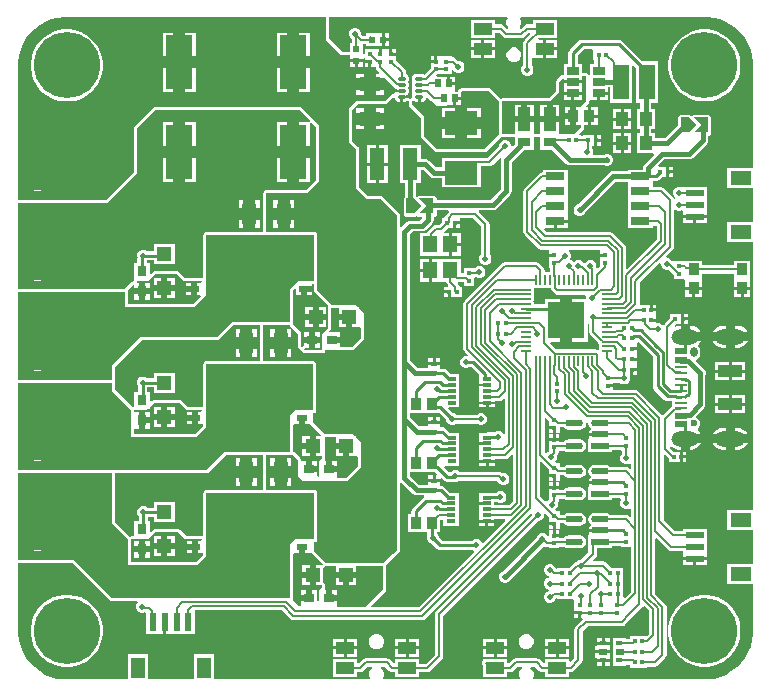
<source format=gbr>
G04*
G04 #@! TF.GenerationSoftware,Altium Limited,Altium Designer,24.2.2 (26)*
G04*
G04 Layer_Physical_Order=1*
G04 Layer_Color=255*
%FSLAX44Y44*%
%MOMM*%
G71*
G04*
G04 #@! TF.SameCoordinates,EFECB0DB-55D9-47D9-9B57-CE66261CE064*
G04*
G04*
G04 #@! TF.FilePolarity,Positive*
G04*
G01*
G75*
%ADD10C,0.2540*%
%ADD17C,0.1778*%
%ADD21R,2.7940X1.9939*%
%ADD22R,1.5500X1.0000*%
%ADD23R,0.3500X0.4000*%
%ADD24R,0.9000X1.0000*%
%ADD25R,0.4000X0.3500*%
%ADD26R,0.6000X1.5500*%
%ADD27R,1.2000X1.8000*%
G04:AMPARAMS|DCode=28|XSize=0.2mm|YSize=0.84mm|CornerRadius=0.025mm|HoleSize=0mm|Usage=FLASHONLY|Rotation=270.000|XOffset=0mm|YOffset=0mm|HoleType=Round|Shape=RoundedRectangle|*
%AMROUNDEDRECTD28*
21,1,0.2000,0.7900,0,0,270.0*
21,1,0.1500,0.8400,0,0,270.0*
1,1,0.0500,-0.3950,-0.0750*
1,1,0.0500,-0.3950,0.0750*
1,1,0.0500,0.3950,0.0750*
1,1,0.0500,0.3950,-0.0750*
%
%ADD28ROUNDEDRECTD28*%
G04:AMPARAMS|DCode=29|XSize=0.84mm|YSize=0.2mm|CornerRadius=0.025mm|HoleSize=0mm|Usage=FLASHONLY|Rotation=270.000|XOffset=0mm|YOffset=0mm|HoleType=Round|Shape=RoundedRectangle|*
%AMROUNDEDRECTD29*
21,1,0.8400,0.1500,0,0,270.0*
21,1,0.7900,0.2000,0,0,270.0*
1,1,0.0500,-0.0750,-0.3950*
1,1,0.0500,-0.0750,0.3950*
1,1,0.0500,0.0750,0.3950*
1,1,0.0500,0.0750,-0.3950*
%
%ADD29ROUNDEDRECTD29*%
%ADD31R,1.6500X0.6500*%
%ADD32R,1.2000X1.4000*%
%ADD33R,1.0000X0.7000*%
G04:AMPARAMS|DCode=34|XSize=0.67mm|YSize=0.3mm|CornerRadius=0.0495mm|HoleSize=0mm|Usage=FLASHONLY|Rotation=0.000|XOffset=0mm|YOffset=0mm|HoleType=Round|Shape=RoundedRectangle|*
%AMROUNDEDRECTD34*
21,1,0.6700,0.2010,0,0,0.0*
21,1,0.5710,0.3000,0,0,0.0*
1,1,0.0990,0.2855,-0.1005*
1,1,0.0990,-0.2855,-0.1005*
1,1,0.0990,-0.2855,0.1005*
1,1,0.0990,0.2855,0.1005*
%
%ADD34ROUNDEDRECTD34*%
%ADD35R,1.2000X1.2000*%
%ADD36R,1.2000X1.2000*%
%ADD37R,1.3000X1.8000*%
%ADD38R,0.8000X0.9000*%
%ADD39R,0.9000X0.8000*%
%ADD40R,1.0000X0.5200*%
%ADD41R,1.0000X0.2700*%
%ADD42R,2.0000X1.0000*%
%ADD43R,1.5500X0.6000*%
%ADD44R,1.8000X1.2000*%
%ADD45R,0.9000X1.0000*%
%ADD46R,0.6000X0.6400*%
%ADD47R,1.3000X2.7000*%
%ADD48R,2.3000X4.5500*%
%ADD49R,1.3970X2.9972*%
%ADD50R,1.0000X1.2000*%
%ADD51R,0.5000X0.4000*%
%ADD52R,0.6000X0.5000*%
%ADD53R,0.5000X0.6000*%
%ADD54R,1.8000X1.3000*%
%ADD55R,1.0922X2.0066*%
%ADD56R,1.0922X0.7874*%
%ADD57R,0.7000X0.5000*%
%ADD58R,0.5500X0.4000*%
%ADD59R,0.8000X0.3000*%
%ADD60R,1.5052X0.5721*%
G04:AMPARAMS|DCode=61|XSize=1.5052mm|YSize=0.5721mm|CornerRadius=0.2861mm|HoleSize=0mm|Usage=FLASHONLY|Rotation=180.000|XOffset=0mm|YOffset=0mm|HoleType=Round|Shape=RoundedRectangle|*
%AMROUNDEDRECTD61*
21,1,1.5052,0.0000,0,0,180.0*
21,1,0.9331,0.5721,0,0,180.0*
1,1,0.5721,-0.4666,0.0000*
1,1,0.5721,0.4666,0.0000*
1,1,0.5721,0.4666,0.0000*
1,1,0.5721,-0.4666,0.0000*
%
%ADD61ROUNDEDRECTD61*%
%ADD80R,0.8500X0.5000*%
G04:AMPARAMS|DCode=98|XSize=1.3mm|YSize=2.3mm|CornerRadius=0.65mm|HoleSize=0mm|Usage=FLASHONLY|Rotation=90.000|XOffset=0mm|YOffset=0mm|HoleType=Round|Shape=RoundedRectangle|*
%AMROUNDEDRECTD98*
21,1,1.3000,1.0000,0,0,90.0*
21,1,0.0000,2.3000,0,0,90.0*
1,1,1.3000,0.5000,0.0000*
1,1,1.3000,0.5000,0.0000*
1,1,1.3000,-0.5000,0.0000*
1,1,1.3000,-0.5000,0.0000*
%
%ADD98ROUNDEDRECTD98*%
G04:AMPARAMS|DCode=99|XSize=1.3mm|YSize=2.6mm|CornerRadius=0.65mm|HoleSize=0mm|Usage=FLASHONLY|Rotation=90.000|XOffset=0mm|YOffset=0mm|HoleType=Round|Shape=RoundedRectangle|*
%AMROUNDEDRECTD99*
21,1,1.3000,1.3000,0,0,90.0*
21,1,0.0000,2.6000,0,0,90.0*
1,1,1.3000,0.6500,0.0000*
1,1,1.3000,0.6500,0.0000*
1,1,1.3000,-0.6500,0.0000*
1,1,1.3000,-0.6500,0.0000*
%
%ADD99ROUNDEDRECTD99*%
%ADD100C,0.6000*%
G04:AMPARAMS|DCode=101|XSize=0.85mm|YSize=0.6mm|CornerRadius=0.3mm|HoleSize=0mm|Usage=FLASHONLY|Rotation=90.000|XOffset=0mm|YOffset=0mm|HoleType=Round|Shape=RoundedRectangle|*
%AMROUNDEDRECTD101*
21,1,0.8500,0.0000,0,0,90.0*
21,1,0.2500,0.6000,0,0,90.0*
1,1,0.6000,0.0000,0.1250*
1,1,0.6000,0.0000,-0.1250*
1,1,0.6000,0.0000,-0.1250*
1,1,0.6000,0.0000,0.1250*
%
%ADD101ROUNDEDRECTD101*%
%AMCUSTOMSHAPE104*
4,1,5,0.3175,-0.6350,1.0160,0.0000,0.3175,0.6350,-0.3175,0.6350,-0.3175,-0.6350,0.3175,-0.6350,0.0*%
%ADD104CUSTOMSHAPE104*%

%AMCUSTOMSHAPE105*
4,1,5,0.4445,-0.6350,0.4445,0.6350,-0.7620,0.6350,-0.1270,0.0000,-0.7620,-0.6350,0.4445,-0.6350,0.0*%
%ADD105CUSTOMSHAPE105*%

%ADD106R,3.1000X3.1000*%
%AMCUSTOMSHAPE107*
4,1,16,2.2750,1.4780,2.2750,2.0780,-2.2750,2.0780,-2.2750,-2.3320,2.2750,-2.3320,2.2750,-1.7320,1.4750,-1.7320,1.4750,-1.0620,2.2750,-1.0620,2.2750,-0.4620,1.4750,-0.4620,1.4750,0.2080,2.2750,0.2080,2.2750,0.8080,1.4750,0.8080,1.4750,1.4780,2.2750,1.4780,0.0*%
%ADD107CUSTOMSHAPE107*%

%AMCUSTOMSHAPE108*
4,1,21,0.8750,-0.9500,0.8750,1.2500,0.4000,1.2500,0.4000,1.6500,0.1000,1.6500,0.1000,1.2500,-0.1000,1.2500,-0.1000,1.6500,-0.4000,1.6500,-0.4000,1.2500,-0.8750,1.2500,-0.8750,-1.2500,-0.4000,-1.2500,-0.4000,-1.6500,-0.1000,-1.6500,-0.1000,-1.2500,0.1000,-1.2500,0.1000,-1.6500,0.4000,-1.6500,0.4000,-1.2500,0.5750,-1.2500,0.8750,-0.9500,0.0*%
%ADD108CUSTOMSHAPE108*%

%ADD109C,0.2032*%
%ADD110C,0.3810*%
%ADD111C,0.2787*%
%ADD112C,5.6000*%
%ADD113R,6.5000X6.0000*%
%ADD114C,1.6510*%
%ADD115C,0.5080*%
G36*
X787380Y1166340D02*
Y1157760D01*
X788294D01*
Y1154730D01*
X784505D01*
Y1145617D01*
X784504Y1145617D01*
X783235Y1145254D01*
X782881Y1145784D01*
X782881Y1145784D01*
X782881Y1145784D01*
X782463Y1146063D01*
X782041Y1146345D01*
X781817Y1146438D01*
X781817Y1146438D01*
X781817Y1146438D01*
X781364Y1146528D01*
X780826Y1146635D01*
X780826Y1146635D01*
X780826Y1146635D01*
X777595D01*
Y1154730D01*
X773940D01*
Y1162146D01*
X779067Y1167273D01*
X786567D01*
X787380Y1166340D01*
D02*
G37*
G36*
X780826Y1144046D02*
X781050Y1143953D01*
Y1122680D01*
X777240Y1118870D01*
Y1117520D01*
X773030D01*
Y1109980D01*
Y1102440D01*
X777240D01*
Y1101090D01*
X770890Y1094740D01*
X758571D01*
Y1104900D01*
X750570D01*
X742569D01*
Y1094740D01*
X736981D01*
Y1104900D01*
X728980D01*
X720979D01*
Y1094740D01*
X709980D01*
Y1122680D01*
X750570Y1122680D01*
X758190Y1130300D01*
Y1139190D01*
X761245Y1142245D01*
X762515Y1141719D01*
Y1140460D01*
X777595D01*
Y1144046D01*
X780826D01*
D02*
G37*
G36*
X561340Y1194268D02*
Y1174750D01*
X574040Y1162050D01*
X581200D01*
Y1158320D01*
X586740D01*
X592325D01*
X593550Y1159083D01*
X593627Y1159045D01*
X593630Y1159040D01*
Y1157530D01*
X598170D01*
Y1156260D01*
X599440D01*
Y1151970D01*
X602363D01*
X603434Y1151462D01*
X603710Y1150074D01*
X604496Y1148898D01*
X606001Y1147393D01*
X605515Y1146220D01*
X603250D01*
Y1142260D01*
X610277D01*
X610883Y1142511D01*
X618864Y1134530D01*
X618864Y1134530D01*
X619252Y1134271D01*
X619346Y1133799D01*
X619163Y1132880D01*
X620820D01*
X621021Y1132746D01*
X622205Y1132510D01*
X625060D01*
Y1130710D01*
X622205D01*
X621021Y1130474D01*
X620820Y1130340D01*
X619163D01*
X619171Y1130300D01*
X618196Y1129030D01*
X617220D01*
X611231Y1123041D01*
X611050Y1122860D01*
X611036Y1122857D01*
X610627Y1122688D01*
X610615Y1122680D01*
X610615Y1122680D01*
X610360Y1122680D01*
X610360Y1122680D01*
X586740D01*
X580390Y1116330D01*
Y1088390D01*
X586379Y1082401D01*
X586560Y1082220D01*
X586563Y1082206D01*
X586732Y1081797D01*
X586740Y1081785D01*
X586740Y1081785D01*
X586740Y1081530D01*
X586740Y1081530D01*
Y1049020D01*
X595630Y1040130D01*
X606805D01*
X606817Y1040122D01*
X607226Y1039952D01*
X607240Y1039950D01*
X620669Y1026521D01*
X620850Y1026340D01*
X620853Y1026326D01*
X621022Y1025917D01*
X621030Y1025905D01*
X621030Y1025905D01*
X621030Y1025650D01*
X621030Y1025650D01*
Y1016635D01*
X621030Y970280D01*
Y949960D01*
X621030Y820530D01*
Y795918D01*
X621030Y792201D01*
Y750849D01*
Y743205D01*
X621022Y743193D01*
X620853Y742784D01*
X620850Y742770D01*
X617650Y739570D01*
X609600Y731520D01*
X569640Y731520D01*
X561595D01*
X561581Y731523D01*
X561337D01*
X551360Y741500D01*
X551183Y741766D01*
X551180Y741768D01*
Y749250D01*
X552171Y749447D01*
X553011Y750009D01*
X553573Y750849D01*
X553770Y751840D01*
Y791210D01*
X553573Y792201D01*
X553011Y793041D01*
X552171Y793603D01*
X551180Y793800D01*
X510540D01*
Y822910D01*
X530860D01*
X531851Y823107D01*
X532691Y823669D01*
X537030Y819330D01*
X537163Y819131D01*
X537210Y818895D01*
Y805180D01*
X541020Y801370D01*
X579120D01*
X590550Y812800D01*
Y834390D01*
X586720Y838220D01*
Y839120D01*
X585820D01*
X584200Y840740D01*
X569640Y840740D01*
X560070D01*
X549910Y850900D01*
Y858470D01*
X550901Y858667D01*
X551741Y859229D01*
X552303Y860069D01*
X552500Y861060D01*
Y900430D01*
X552303Y901421D01*
X551741Y902261D01*
X550901Y902823D01*
X549910Y903020D01*
X508000D01*
Y933400D01*
X530252D01*
X530299Y933168D01*
X530350Y933090D01*
X530375Y933000D01*
X530475Y932871D01*
X530538Y932720D01*
X530718Y932540D01*
X530860Y932327D01*
X537160Y926027D01*
Y915670D01*
X537357Y914679D01*
X537919Y913839D01*
X538889Y912869D01*
X539729Y912307D01*
X540028Y912248D01*
X540087Y911949D01*
X540649Y911109D01*
X541729Y910029D01*
X542569Y909467D01*
X543560Y909270D01*
X557530D01*
X558521Y909467D01*
X559361Y910029D01*
X559923Y910869D01*
X560120Y911860D01*
X584200D01*
X593090Y920750D01*
Y943610D01*
X589260Y947440D01*
Y948340D01*
X588360D01*
X586740Y949960D01*
X565200D01*
X565003Y950951D01*
X564441Y951791D01*
X553770Y962463D01*
Y967690D01*
X553573Y968681D01*
X553370Y968985D01*
X553573Y969289D01*
X553770Y970280D01*
Y1009650D01*
X553573Y1010641D01*
X553011Y1011481D01*
X552171Y1012043D01*
X551180Y1012240D01*
X510540D01*
Y1044955D01*
X510561Y1044987D01*
X510620Y1045130D01*
X510763Y1045189D01*
X510795Y1045210D01*
X510795Y1045210D01*
X544830D01*
X554990Y1055370D01*
Y1102360D01*
X541577Y1115773D01*
X539750Y1117600D01*
X415290D01*
X398780Y1101090D01*
Y1063245D01*
X398772Y1063233D01*
X398602Y1062824D01*
X398600Y1062810D01*
X375011Y1039221D01*
X374830Y1039040D01*
X374816Y1039037D01*
X374407Y1038868D01*
X374395Y1038860D01*
X374395Y1038860D01*
X374140Y1038860D01*
X374140Y1038860D01*
X300522D01*
Y1153160D01*
Y1155854D01*
X301225Y1161197D01*
X302620Y1166402D01*
X304682Y1171381D01*
X307376Y1176048D01*
X310657Y1180323D01*
X314467Y1184133D01*
X318742Y1187414D01*
X323409Y1190108D01*
X328388Y1192170D01*
X333593Y1193565D01*
X338936Y1194268D01*
X341630Y1194268D01*
X561340D01*
D02*
G37*
G36*
X823087Y1151222D02*
Y1121664D01*
X827158D01*
Y1115980D01*
X824150D01*
Y1098900D01*
X827158D01*
Y1095660D01*
X824150D01*
Y1078580D01*
X837965D01*
X838491Y1077310D01*
X830350Y1069170D01*
X829368Y1067699D01*
X829023Y1065965D01*
Y1064970D01*
X816420D01*
Y1063712D01*
X804163D01*
X804163Y1063712D01*
X802428Y1063367D01*
X800958Y1062385D01*
X800958Y1062385D01*
X774110Y1035537D01*
X772788Y1034989D01*
X771359Y1033560D01*
X770585Y1031693D01*
Y1029672D01*
X771359Y1027805D01*
X772788Y1026376D01*
X774655Y1025603D01*
X776676D01*
X778543Y1026376D01*
X779972Y1027805D01*
X780520Y1029128D01*
X806040Y1054648D01*
X816391D01*
X816420Y1053390D01*
Y1052270D01*
X816420D01*
Y1040690D01*
X816420D01*
Y1039570D01*
X816420D01*
Y1027990D01*
X816420D01*
Y1026870D01*
X816420D01*
Y1015290D01*
X838000D01*
Y1017584D01*
X840562D01*
X841054Y1017092D01*
Y1006018D01*
X816199Y981164D01*
X815026Y981650D01*
Y998220D01*
X814760Y999558D01*
X814002Y1000692D01*
X814002Y1000692D01*
X803842Y1010852D01*
X802708Y1011610D01*
X801370Y1011876D01*
X748208D01*
X745968Y1014117D01*
X746454Y1015290D01*
X753940D01*
Y1021080D01*
X755210D01*
Y1022350D01*
X766000D01*
Y1026870D01*
X766000D01*
Y1027990D01*
X766000D01*
Y1039570D01*
X766000D01*
Y1040690D01*
X766000D01*
Y1052270D01*
X766000D01*
Y1053390D01*
X766000D01*
Y1064970D01*
X744420D01*
Y1063912D01*
X744220Y1062676D01*
X742882Y1062410D01*
X741748Y1061652D01*
X729048Y1048952D01*
X728290Y1047818D01*
X728024Y1046480D01*
Y1012190D01*
X728290Y1010852D01*
X729048Y1009718D01*
X740478Y998288D01*
X741612Y997530D01*
X742950Y997264D01*
X748942D01*
X750090Y996970D01*
Y993700D01*
X754380D01*
Y991160D01*
X750090D01*
Y987890D01*
Y981690D01*
X750884D01*
Y978405D01*
X749790D01*
X748701Y978188D01*
X748540Y978080D01*
X748379Y978188D01*
X747290Y978405D01*
X746142D01*
X746036Y979580D01*
X745770Y980918D01*
X745012Y982052D01*
X741612Y985452D01*
X740478Y986210D01*
X739140Y986476D01*
X712470D01*
X711132Y986210D01*
X709998Y985452D01*
X678248Y953702D01*
X677490Y952568D01*
X677224Y951230D01*
Y913130D01*
X677490Y911792D01*
X678248Y910658D01*
X680956Y907949D01*
X680603Y907116D01*
X680330Y906780D01*
X678439D01*
X676572Y906007D01*
X675143Y904578D01*
X674370Y902710D01*
Y900689D01*
X675143Y898822D01*
X676572Y897393D01*
X678439Y896620D01*
X680461D01*
X682328Y897393D01*
X682750Y897815D01*
X684191D01*
X690850Y891156D01*
Y883530D01*
Y883529D01*
X697390D01*
Y881610D01*
X690850D01*
Y873530D01*
Y868530D01*
X697390D01*
X703930D01*
Y869074D01*
X707470D01*
X708808Y869340D01*
X709942Y870098D01*
X711357Y871512D01*
X712530Y871026D01*
Y841773D01*
X711542Y841460D01*
X711260Y841443D01*
X709886Y842817D01*
X708018Y843590D01*
X705998D01*
X704130Y842817D01*
X703708Y842395D01*
X697860D01*
X696374Y842099D01*
X696345Y842080D01*
X690850D01*
Y834000D01*
Y833999D01*
X697390D01*
Y832081D01*
X690850D01*
Y824000D01*
Y819000D01*
X697390D01*
X703930D01*
Y819544D01*
X712550D01*
X713888Y819810D01*
X715022Y820568D01*
X717961Y823506D01*
X719134Y823020D01*
Y783768D01*
X716102Y780736D01*
X703530D01*
Y783435D01*
X705440D01*
X705782Y783093D01*
X707650Y782320D01*
X709670D01*
X711538Y783093D01*
X712967Y784522D01*
X713740Y786389D01*
Y788410D01*
X712967Y790278D01*
X711538Y791707D01*
X709670Y792480D01*
X707650D01*
X705782Y791707D01*
X705280Y791205D01*
X703530D01*
Y791280D01*
X690450D01*
Y783200D01*
Y783199D01*
X696990D01*
Y781280D01*
X690450D01*
Y773200D01*
Y768199D01*
X696990D01*
X703530D01*
Y768744D01*
X712200D01*
X712686Y767570D01*
X694072Y748956D01*
X692826Y749204D01*
X692647Y749638D01*
X691218Y751067D01*
X689351Y751840D01*
X687329D01*
X685462Y751067D01*
X685040Y750645D01*
X659469D01*
X656590Y753524D01*
Y754120D01*
X655817Y755988D01*
X654804Y757000D01*
X655200Y758270D01*
X657680D01*
Y768223D01*
X658072Y768614D01*
X660450D01*
Y763200D01*
X673530D01*
Y773200D01*
Y783200D01*
Y791280D01*
X667135D01*
X666760Y791355D01*
X665749D01*
X660797Y796307D01*
X659537Y797149D01*
X658050Y797445D01*
X657820D01*
Y800290D01*
X652780D01*
X647740D01*
Y798092D01*
X639607D01*
X631912Y805787D01*
Y809070D01*
X653586D01*
X655383Y807273D01*
X654897Y806100D01*
X654050D01*
Y802830D01*
X657820D01*
Y803177D01*
X658993Y803663D01*
X660725Y801931D01*
X661985Y801089D01*
X663472Y800793D01*
X665576D01*
X665656Y800809D01*
X667837D01*
X669549Y800100D01*
X671571D01*
X673438Y800873D01*
X674118Y801554D01*
X706151D01*
X706893Y799762D01*
X708322Y798333D01*
X710190Y797560D01*
X712210D01*
X714078Y798333D01*
X715507Y799762D01*
X716280Y801629D01*
Y803651D01*
X715507Y805518D01*
X714078Y806947D01*
X712210Y807720D01*
X710423D01*
X710399Y807744D01*
X709223Y808530D01*
X707835Y808806D01*
X707835Y808806D01*
X674118D01*
X673438Y809487D01*
X671571Y810260D01*
X669549D01*
X667682Y809487D01*
X666775Y808579D01*
X665592D01*
X665512Y808563D01*
X665081D01*
X660914Y812730D01*
X661440Y814000D01*
X673930D01*
Y824000D01*
Y834000D01*
Y842080D01*
X667535D01*
X667160Y842155D01*
X665749D01*
X662067Y845837D01*
X660807Y846679D01*
X659320Y846975D01*
X657820D01*
Y849820D01*
X652780D01*
X647740D01*
Y847622D01*
X639607D01*
X631912Y855317D01*
Y858600D01*
X657366D01*
X662940Y853026D01*
Y852430D01*
X663713Y850562D01*
X665142Y849133D01*
X667010Y848360D01*
X669031D01*
X670898Y849133D01*
X671579Y849814D01*
X688592D01*
X689272Y849133D01*
X691140Y848360D01*
X693160D01*
X695028Y849133D01*
X696457Y850562D01*
X697230Y852430D01*
Y854451D01*
X696457Y856318D01*
X695028Y857747D01*
X693160Y858520D01*
X691140D01*
X689272Y857747D01*
X688592Y857066D01*
X671579D01*
X670898Y857747D01*
X669031Y858520D01*
X668434D01*
X664597Y862357D01*
X665083Y863530D01*
X673930D01*
Y873530D01*
Y883530D01*
Y891610D01*
X666828D01*
X663071Y895367D01*
X661811Y896209D01*
X660324Y896505D01*
X657820D01*
Y899350D01*
X652780D01*
X647740D01*
Y897152D01*
X638337D01*
X631912Y903577D01*
Y1010313D01*
X634337Y1012738D01*
X642620D01*
X644354Y1013083D01*
X645825Y1014065D01*
X650905Y1019145D01*
X650905Y1019145D01*
X651887Y1020616D01*
X652232Y1022350D01*
X652232Y1022350D01*
Y1024858D01*
X653136Y1025037D01*
X653976Y1025599D01*
X654538Y1026439D01*
X654735Y1027430D01*
Y1030518D01*
X664368D01*
X664894Y1029248D01*
X662289Y1026643D01*
X661531Y1025509D01*
X661265Y1024171D01*
Y1024100D01*
X659110D01*
Y1020464D01*
X656872Y1018226D01*
X654050D01*
X652712Y1017960D01*
X651578Y1017202D01*
X647073Y1012698D01*
X646315Y1011563D01*
X646231Y1011140D01*
X640820D01*
Y992060D01*
X665090D01*
Y1001600D01*
Y1011140D01*
X661405D01*
X661050Y1011788D01*
X660944Y1012410D01*
X664054Y1015520D01*
X668580D01*
Y1019810D01*
X669850D01*
Y1021080D01*
X674390D01*
Y1023934D01*
X685622D01*
X692464Y1017092D01*
Y993018D01*
X691653Y992208D01*
X690880Y990340D01*
Y988319D01*
X691653Y986452D01*
X693082Y985023D01*
X694949Y984250D01*
X696971D01*
X698838Y985023D01*
X700267Y986452D01*
X701040Y988319D01*
Y990340D01*
X700267Y992208D01*
X699456Y993018D01*
Y1018540D01*
X699456Y1018540D01*
X699190Y1019878D01*
X698432Y1021012D01*
X690196Y1029248D01*
X690723Y1030518D01*
X702310D01*
X704044Y1030863D01*
X705515Y1031845D01*
X716945Y1043275D01*
X717927Y1044746D01*
X718272Y1046480D01*
Y1071273D01*
X728629Y1081629D01*
X728629Y1081629D01*
X728818Y1081913D01*
X736981D01*
Y1092150D01*
X742569D01*
Y1081913D01*
X752162D01*
X764256Y1069818D01*
X765727Y1068836D01*
X767461Y1068491D01*
X796803D01*
X797820Y1068070D01*
X799840D01*
X801708Y1068843D01*
X803137Y1070272D01*
X803910Y1072140D01*
Y1074161D01*
X803137Y1076028D01*
X801708Y1077457D01*
X799840Y1078230D01*
X797820D01*
X796190Y1077555D01*
X788024D01*
X787400Y1078490D01*
Y1080510D01*
X786627Y1082378D01*
X786096Y1082908D01*
Y1085120D01*
X788110D01*
Y1089660D01*
Y1094200D01*
X778590D01*
Y1093156D01*
X777160D01*
Y1094200D01*
X775672D01*
X775186Y1095373D01*
X779071Y1099259D01*
X779633Y1100099D01*
X779830Y1101090D01*
Y1102440D01*
X782720D01*
Y1109980D01*
Y1117520D01*
X781348D01*
X780823Y1118790D01*
X782881Y1120849D01*
X783443Y1121689D01*
X783640Y1122680D01*
Y1122738D01*
X784505Y1123650D01*
X790775D01*
Y1129690D01*
X792045D01*
Y1130960D01*
X799585D01*
Y1134658D01*
X801243D01*
Y1121664D01*
X820293D01*
Y1152357D01*
X821466Y1152843D01*
X823087Y1151222D01*
D02*
G37*
G36*
X707390Y1122680D02*
Y1094740D01*
X694690Y1082040D01*
X655320D01*
X643890Y1093470D01*
Y1109980D01*
X633730Y1120140D01*
Y1122758D01*
X634272Y1123087D01*
X635000Y1123295D01*
X635821Y1122746D01*
X637005Y1122511D01*
X638590D01*
Y1126610D01*
X641130D01*
Y1122511D01*
X642715D01*
X643899Y1122746D01*
X644903Y1123417D01*
X645574Y1124421D01*
X645753Y1125323D01*
X646941Y1125932D01*
X650216Y1122656D01*
X650216Y1122656D01*
X651393Y1121870D01*
X652550Y1121640D01*
X655320Y1118870D01*
X662940D01*
X663550Y1119480D01*
X668610D01*
Y1125220D01*
X669880D01*
Y1126490D01*
X675420D01*
Y1130960D01*
X676437Y1131570D01*
X698500D01*
X707390Y1122680D01*
D02*
G37*
G36*
X709453Y1074379D02*
X709208Y1073150D01*
Y1048357D01*
X700433Y1039582D01*
X654735D01*
Y1040130D01*
X654538Y1041121D01*
X653976Y1041961D01*
X653136Y1042523D01*
X652145Y1042720D01*
X640080D01*
X639089Y1042523D01*
X638249Y1041961D01*
X638098Y1041943D01*
X637022Y1042856D01*
Y1053300D01*
X641530D01*
Y1064808D01*
X643283D01*
X649004Y1059087D01*
X649004Y1059087D01*
X650474Y1058104D01*
X652208Y1057759D01*
X659130D01*
Y1049782D01*
X692150D01*
Y1067619D01*
X699394D01*
X699395Y1067619D01*
X700782Y1067895D01*
X701958Y1068681D01*
X708282Y1075005D01*
X709453Y1074379D01*
D02*
G37*
G36*
X547589Y1106098D02*
X547001Y1104890D01*
X546352Y1104890D01*
X538480D01*
Y1084680D01*
X547440D01*
Y1103711D01*
X547440Y1104451D01*
X548648Y1105039D01*
X552400Y1101287D01*
Y1056443D01*
X543757Y1047800D01*
X510795D01*
X510545Y1047750D01*
X510290Y1047750D01*
X510231Y1047726D01*
X510167Y1047722D01*
X510167Y1047722D01*
X509993Y1047640D01*
X509804Y1047603D01*
X509772Y1047581D01*
X509772Y1047581D01*
X509629Y1047522D01*
X509449Y1047402D01*
X509356Y1047364D01*
X509325Y1047342D01*
X509291Y1047309D01*
X509253Y1047291D01*
X509207Y1047240D01*
X508789Y1046961D01*
X508789Y1046961D01*
X508789Y1046961D01*
X508479Y1046496D01*
X508408Y1046425D01*
X508386Y1046394D01*
X508348Y1046301D01*
X508228Y1046121D01*
X508169Y1045978D01*
X508169Y1045978D01*
X508147Y1045946D01*
X508098Y1045696D01*
X508000Y1045460D01*
X508000Y1045205D01*
X507950Y1044955D01*
Y1012240D01*
X459740D01*
X458749Y1012043D01*
X457909Y1011481D01*
X457347Y1010641D01*
X457150Y1009650D01*
Y973846D01*
X457122Y973768D01*
X456806Y973376D01*
X455880Y972855D01*
X455804Y972870D01*
X441763D01*
X436171Y978461D01*
X435331Y979023D01*
X434340Y979220D01*
X416560D01*
X415569Y979023D01*
X414729Y978461D01*
X412843Y976576D01*
X411670Y977062D01*
Y985820D01*
X409015D01*
Y987455D01*
X409278Y987563D01*
X409700Y987985D01*
X415640D01*
Y984930D01*
X432720D01*
Y1002010D01*
X415640D01*
Y995755D01*
X409700D01*
X409278Y996177D01*
X407411Y996950D01*
X405390D01*
X403522Y996177D01*
X402093Y994748D01*
X401320Y992880D01*
Y990860D01*
X401397Y990674D01*
X401245Y989913D01*
Y985820D01*
X398590D01*
Y971740D01*
X398590D01*
X398508Y970812D01*
X397832Y970339D01*
X397320Y970140D01*
X396329Y969943D01*
X395489Y969381D01*
X391160Y965052D01*
X391018Y964840D01*
X390838Y964660D01*
X390740Y964424D01*
X390599Y964212D01*
X390552Y963980D01*
X300522D01*
X300522Y965250D01*
Y1035000D01*
X300522Y1036270D01*
X374140D01*
X374140Y1036270D01*
X374395Y1036270D01*
X374646Y1036320D01*
X374901Y1036320D01*
X375052Y1036383D01*
X375214Y1036403D01*
X375214Y1036403D01*
X375295Y1036449D01*
X375386Y1036467D01*
X375398Y1036476D01*
X375398Y1036476D01*
X375807Y1036645D01*
X375821Y1036648D01*
X376033Y1036789D01*
X376268Y1036886D01*
X376449Y1037067D01*
X376661Y1037209D01*
X376842Y1037389D01*
X376842Y1037390D01*
X376842Y1037390D01*
X400431Y1060978D01*
X400572Y1061190D01*
X400752Y1061370D01*
X400850Y1061606D01*
X400992Y1061819D01*
X400995Y1061833D01*
X401164Y1062242D01*
X401173Y1062254D01*
X401223Y1062505D01*
X401320Y1062742D01*
X401320Y1062996D01*
X401370Y1063245D01*
Y1100017D01*
X416363Y1115010D01*
X538677D01*
X547589Y1106098D01*
D02*
G37*
G36*
X714253Y1194268D02*
X714710Y1192998D01*
X713800Y1190801D01*
Y1188299D01*
X714758Y1185987D01*
X715303Y1185441D01*
X714885Y1184063D01*
X714523Y1183991D01*
X711742Y1186772D01*
X710608Y1187530D01*
X709270Y1187796D01*
X704130D01*
Y1191840D01*
X683550D01*
Y1176760D01*
X704130D01*
Y1180804D01*
X707822D01*
X711268Y1177358D01*
X711268Y1177358D01*
X712402Y1176600D01*
X713740Y1176334D01*
X726440D01*
X727778Y1176600D01*
X728912Y1177358D01*
X732317Y1180762D01*
X733383Y1180655D01*
X733843Y1179497D01*
X729048Y1174702D01*
X728290Y1173568D01*
X728024Y1172230D01*
Y1153038D01*
X727213Y1152228D01*
X726440Y1150360D01*
Y1148339D01*
X727213Y1146472D01*
X728642Y1145043D01*
X730509Y1144270D01*
X732531D01*
X734398Y1145043D01*
X735827Y1146472D01*
X736600Y1148339D01*
Y1150360D01*
X735827Y1152228D01*
X735016Y1153038D01*
Y1159190D01*
X736050Y1159760D01*
X745070D01*
Y1167300D01*
Y1174840D01*
X741126D01*
X740592Y1176051D01*
X741160Y1176760D01*
X756630D01*
Y1191840D01*
X736050D01*
Y1187796D01*
X730910D01*
X729572Y1187530D01*
X728438Y1186772D01*
X728438Y1186772D01*
X725657Y1183991D01*
X725295Y1184063D01*
X724877Y1185441D01*
X725422Y1185987D01*
X726380Y1188299D01*
Y1190801D01*
X725470Y1192998D01*
X725927Y1194268D01*
X881380D01*
X884074D01*
X889417Y1193565D01*
X894622Y1192170D01*
X899601Y1190108D01*
X904268Y1187414D01*
X908543Y1184133D01*
X912353Y1180323D01*
X915634Y1176048D01*
X918328Y1171381D01*
X920390Y1166402D01*
X921785Y1161197D01*
X922488Y1155854D01*
X922488Y1153160D01*
X922488Y1066590D01*
X900600D01*
Y1049510D01*
X922488D01*
Y1020590D01*
X900600D01*
Y1003510D01*
X922488D01*
X922488Y777030D01*
X900600D01*
Y759950D01*
X922488D01*
Y731030D01*
X900600D01*
Y713950D01*
X922488D01*
Y674370D01*
X922488Y671676D01*
X921785Y666333D01*
X920390Y661128D01*
X918328Y656149D01*
X915634Y651482D01*
X912353Y647207D01*
X908543Y643397D01*
X904268Y640116D01*
X899601Y637422D01*
X894622Y635360D01*
X889417Y633965D01*
X884074Y633262D01*
X881380D01*
X736447D01*
X735861Y634532D01*
X736680Y636509D01*
Y639011D01*
X735722Y641323D01*
X734112Y642934D01*
X734244Y643682D01*
X734501Y644204D01*
X737832D01*
X741498Y640538D01*
X742632Y639780D01*
X743970Y639514D01*
X746350D01*
Y635470D01*
X766930D01*
Y639514D01*
X768012D01*
X769350Y639780D01*
X770484Y640538D01*
X777172Y647226D01*
X777930Y648360D01*
X778196Y649698D01*
X778196Y649698D01*
Y674192D01*
X782498Y678494D01*
X811530D01*
X812868Y678760D01*
X814002Y679518D01*
X820352Y685868D01*
X820352Y685868D01*
X828861Y694377D01*
X828861Y694377D01*
X829163Y694828D01*
X830726Y695061D01*
X834704Y691083D01*
Y672008D01*
X832716Y670020D01*
X817960D01*
Y667466D01*
X814680D01*
Y668380D01*
X804100D01*
Y659300D01*
Y651550D01*
Y644800D01*
X814680D01*
Y645714D01*
X817960D01*
Y643160D01*
X833040D01*
Y644204D01*
X839470D01*
X840808Y644470D01*
X841942Y645228D01*
X848292Y651578D01*
X848292Y651578D01*
X849050Y652712D01*
X849316Y654050D01*
Y694915D01*
X849050Y696253D01*
X848292Y697387D01*
X839791Y705888D01*
Y752535D01*
X840965Y753021D01*
X850968Y743018D01*
X850968Y743018D01*
X852102Y742260D01*
X853440Y741994D01*
X863100D01*
Y736760D01*
X873390D01*
X883680D01*
Y739950D01*
Y749950D01*
Y761030D01*
X863100D01*
Y759146D01*
X856158D01*
X846776Y768528D01*
Y823580D01*
X847950Y824066D01*
X850980Y821036D01*
Y817150D01*
X860500D01*
Y821690D01*
Y826230D01*
X855674D01*
X852388Y829516D01*
X852468Y829880D01*
X852856Y830105D01*
X853861Y830303D01*
X855464Y829074D01*
X857663Y828163D01*
X860023Y827852D01*
X861213D01*
Y836970D01*
X865023D01*
Y840780D01*
X878230D01*
X877919Y841529D01*
X876470Y843417D01*
X875522Y844145D01*
X875483Y844614D01*
X875613Y845676D01*
X876970Y847032D01*
X877813Y849068D01*
Y851272D01*
X876970Y853308D01*
X875411Y854867D01*
X874554Y855221D01*
X874306Y856467D01*
X880775Y862935D01*
X881757Y864406D01*
X882102Y866140D01*
Y890402D01*
X882650Y891724D01*
Y893745D01*
X881877Y895612D01*
X880448Y897041D01*
X879125Y897589D01*
X874247Y902468D01*
X874659Y903851D01*
X876267Y904926D01*
X877492Y906758D01*
X877922Y908920D01*
Y911420D01*
X877492Y913582D01*
X876267Y915414D01*
X876231Y915438D01*
X876190Y916707D01*
X876470Y916923D01*
X877919Y918811D01*
X878230Y919560D01*
X865023D01*
Y923370D01*
X861213D01*
Y932488D01*
X860023D01*
X857663Y932177D01*
X856834Y931834D01*
X856115Y932911D01*
X857194Y933990D01*
X861770D01*
Y938530D01*
Y943070D01*
X852250D01*
Y938934D01*
X847622Y934306D01*
X847102Y933528D01*
X845914Y933230D01*
X845584Y933250D01*
X844888Y933947D01*
X843020Y934720D01*
X841000D01*
X840760Y934880D01*
Y935990D01*
X836220D01*
Y938530D01*
X840760D01*
Y941550D01*
X840760D01*
Y941860D01*
X840760D01*
Y944880D01*
X836220D01*
Y946150D01*
X834950D01*
Y950440D01*
X827104D01*
X826456Y951230D01*
X826456Y951230D01*
Y968832D01*
X843280Y985656D01*
X844550Y985130D01*
Y984050D01*
X845323Y982182D01*
X846752Y980753D01*
X848620Y979980D01*
X850640D01*
X851139Y980187D01*
X855250Y976076D01*
Y972440D01*
X864224D01*
X864495Y972300D01*
X865270Y971643D01*
Y965630D01*
X872310D01*
X879350D01*
Y971550D01*
X879350Y971900D01*
Y972820D01*
X879350Y973170D01*
Y976864D01*
X906270D01*
Y973170D01*
X906270Y972820D01*
Y971900D01*
X906270Y971550D01*
Y965630D01*
X913310D01*
X920350D01*
Y971550D01*
X920350Y971900D01*
Y972820D01*
X920350Y973170D01*
Y987900D01*
X906270D01*
Y983856D01*
X879350D01*
Y987900D01*
X865443D01*
X865270Y987900D01*
Y987900D01*
X864330Y987520D01*
X864330Y987520D01*
X855250D01*
X855250Y987520D01*
Y987520D01*
X854045Y987676D01*
X853937Y987938D01*
X852508Y989367D01*
X850640Y990140D01*
X849560D01*
X849034Y991410D01*
X854642Y997018D01*
X854642Y997018D01*
X855400Y998152D01*
X855666Y999490D01*
X855666Y999490D01*
Y1030330D01*
X856840Y1030816D01*
X856912Y1030743D01*
X858780Y1029970D01*
X860800D01*
X861830Y1030396D01*
X863100Y1029548D01*
Y1026320D01*
X873390D01*
X883680D01*
Y1029510D01*
Y1039510D01*
Y1050590D01*
X863100D01*
Y1050590D01*
X861830Y1049864D01*
X860800Y1050290D01*
X858780D01*
X856912Y1049517D01*
X855483Y1048088D01*
X854710Y1046220D01*
Y1044200D01*
X855483Y1042332D01*
X856364Y1041451D01*
X856356Y1040150D01*
X855177Y1040532D01*
X854642Y1041332D01*
X847022Y1048952D01*
X845888Y1049710D01*
X844550Y1049976D01*
X838000D01*
Y1052270D01*
X838000D01*
Y1053390D01*
X838000D01*
Y1055295D01*
X840130D01*
X841617Y1055591D01*
X842877Y1056433D01*
X845144Y1058700D01*
X848920D01*
Y1062990D01*
Y1067280D01*
X842939D01*
X842453Y1068453D01*
X847697Y1073698D01*
X868680D01*
X870414Y1074043D01*
X871885Y1075025D01*
X883315Y1086455D01*
X884297Y1087926D01*
X884642Y1089660D01*
Y1093438D01*
X885546Y1093617D01*
X886386Y1094179D01*
X886948Y1095019D01*
X887145Y1096010D01*
Y1108710D01*
X886948Y1109701D01*
X886386Y1110541D01*
X885546Y1111103D01*
X884555Y1111300D01*
X872490D01*
X871499Y1111103D01*
X870659Y1110541D01*
X870132Y1110477D01*
X869361Y1110885D01*
X869036Y1111103D01*
X868975Y1111115D01*
X868921Y1111147D01*
X868481Y1111213D01*
X868045Y1111300D01*
X861695D01*
X860704Y1111103D01*
X859864Y1110541D01*
X859302Y1109701D01*
X859105Y1108710D01*
Y1103005D01*
X847753Y1091652D01*
X839230D01*
Y1095660D01*
X836222D01*
Y1098900D01*
X839230D01*
Y1115980D01*
X836222D01*
Y1121664D01*
X842137D01*
Y1156716D01*
X828581D01*
X811392Y1173905D01*
X810132Y1174747D01*
X808645Y1175043D01*
X777458D01*
X775971Y1174747D01*
X774711Y1173905D01*
X767308Y1166502D01*
X766466Y1165242D01*
X766170Y1163755D01*
Y1154730D01*
X762515D01*
Y1145862D01*
X761245Y1144835D01*
X760254Y1144638D01*
X759414Y1144076D01*
X756359Y1141021D01*
X755797Y1140181D01*
X755600Y1139190D01*
Y1131373D01*
X749497Y1125270D01*
X709980Y1125270D01*
X708989Y1125073D01*
X708792Y1124941D01*
X700331Y1133401D01*
X699491Y1133963D01*
X698500Y1134160D01*
X676437D01*
X676249Y1134122D01*
X676057Y1134132D01*
X675758Y1134025D01*
X675446Y1133963D01*
X675286Y1133856D01*
X675106Y1133791D01*
X674088Y1133181D01*
X673853Y1132968D01*
X673589Y1132791D01*
X673482Y1132631D01*
X673340Y1132502D01*
X673204Y1132215D01*
X673027Y1131951D01*
X672990Y1131762D01*
X672908Y1131589D01*
X672892Y1131272D01*
X672830Y1130960D01*
X670461D01*
X670340Y1132180D01*
X670340D01*
Y1136650D01*
X664800D01*
Y1137920D01*
X663530D01*
Y1143660D01*
X654828D01*
X654324Y1144821D01*
X654974Y1145620D01*
X667480D01*
Y1148865D01*
X668750Y1149117D01*
X668793Y1149012D01*
X670222Y1147583D01*
X672089Y1146810D01*
X674110D01*
X675978Y1147583D01*
X677407Y1149012D01*
X678180Y1150880D01*
Y1152900D01*
X677407Y1154768D01*
X675978Y1156197D01*
X674110Y1156970D01*
X673148D01*
X671144Y1158974D01*
X669967Y1159760D01*
X668580Y1160036D01*
X667480Y1160521D01*
Y1160700D01*
X655320D01*
Y1156410D01*
X654050D01*
Y1155140D01*
X649510D01*
Y1150498D01*
X644251Y1145239D01*
X643899Y1145474D01*
X642715Y1145710D01*
X637005D01*
X635821Y1145474D01*
X634817Y1144803D01*
X634146Y1143799D01*
X633910Y1142615D01*
Y1140605D01*
X634146Y1139421D01*
X634354Y1139110D01*
X634146Y1138799D01*
X633910Y1137615D01*
Y1135605D01*
X634146Y1134421D01*
X634354Y1134110D01*
X634146Y1133799D01*
X633910Y1132615D01*
Y1130605D01*
X634146Y1129421D01*
X634354Y1129110D01*
X634146Y1128799D01*
X633910Y1127615D01*
Y1125677D01*
X633561Y1125577D01*
X633254Y1125419D01*
X632929Y1125301D01*
X632387Y1124972D01*
X632158Y1124762D01*
X632133Y1124746D01*
X631249Y1125135D01*
X631006Y1125340D01*
X626330D01*
Y1122511D01*
X627915D01*
X629099Y1122746D01*
X629940Y1123308D01*
X630096Y1123278D01*
X630604Y1123099D01*
X630947Y1122880D01*
X631140Y1122699D01*
Y1120140D01*
X631337Y1119149D01*
X631899Y1118309D01*
X641300Y1108907D01*
Y1093470D01*
X641497Y1092479D01*
X642059Y1091639D01*
X653489Y1080209D01*
X654329Y1079647D01*
X655320Y1079450D01*
X694690D01*
X695681Y1079647D01*
X696521Y1080209D01*
X708792Y1092479D01*
X708989Y1092347D01*
X709980Y1092150D01*
X720979D01*
Y1086798D01*
X718983Y1084802D01*
X717810Y1085288D01*
Y1085591D01*
X717036Y1087458D01*
X715607Y1088887D01*
X713740Y1089660D01*
X711719D01*
X709852Y1088887D01*
X708423Y1087458D01*
X707650Y1085591D01*
Y1084628D01*
X697893Y1074871D01*
X684594D01*
X684243Y1074801D01*
X659130D01*
Y1066824D01*
X654086D01*
X648365Y1072545D01*
X646894Y1073527D01*
X645160Y1073872D01*
X641530D01*
Y1085380D01*
X623450D01*
Y1053300D01*
X627958D01*
Y1042298D01*
X627454Y1041961D01*
X626892Y1041121D01*
X626695Y1040130D01*
Y1027430D01*
X626892Y1026439D01*
X627454Y1025599D01*
X628294Y1025037D01*
X629285Y1024840D01*
X635635D01*
X636071Y1024927D01*
X636511Y1024993D01*
X636565Y1025025D01*
X636626Y1025037D01*
X636996Y1025285D01*
X637377Y1025514D01*
X637563Y1025683D01*
X638249Y1025599D01*
X639089Y1025037D01*
X640080Y1024840D01*
X641985D01*
X642511Y1023570D01*
X640743Y1021802D01*
X632460D01*
X632460Y1021802D01*
X630726Y1021457D01*
X629255Y1020475D01*
X629255Y1020475D01*
X624890Y1016109D01*
X623620Y1016635D01*
Y1025650D01*
X623620Y1025650D01*
X623620Y1025905D01*
X623570Y1026156D01*
X623570Y1026411D01*
X623507Y1026562D01*
X623487Y1026724D01*
X623487Y1026724D01*
X623441Y1026805D01*
X623423Y1026896D01*
X623414Y1026908D01*
X623414Y1026908D01*
X623245Y1027317D01*
X623242Y1027331D01*
X623101Y1027543D01*
X623004Y1027778D01*
X622823Y1027959D01*
X622681Y1028171D01*
X622501Y1028352D01*
X622500Y1028352D01*
X622500Y1028352D01*
X609072Y1041781D01*
X608860Y1041922D01*
X608680Y1042102D01*
X608444Y1042200D01*
X608231Y1042342D01*
X608217Y1042345D01*
X607808Y1042514D01*
X607796Y1042523D01*
X607545Y1042573D01*
X607308Y1042671D01*
X607054Y1042670D01*
X606805Y1042720D01*
X596703D01*
X589330Y1050093D01*
Y1081530D01*
X589330Y1081530D01*
X589330Y1081785D01*
X589280Y1082036D01*
X589280Y1082291D01*
X589217Y1082442D01*
X589197Y1082604D01*
X589197Y1082604D01*
X589151Y1082685D01*
X589133Y1082776D01*
X589124Y1082788D01*
X589124Y1082788D01*
X588955Y1083197D01*
X588952Y1083211D01*
X588811Y1083423D01*
X588714Y1083658D01*
X588533Y1083839D01*
X588391Y1084051D01*
X588211Y1084232D01*
X588210Y1084232D01*
X588210Y1084232D01*
X582980Y1089463D01*
Y1115257D01*
X585655Y1117933D01*
X586630Y1117112D01*
X586630Y1115995D01*
Y1113260D01*
X593090D01*
Y1117220D01*
X587895D01*
X586739Y1117220D01*
X585917Y1118195D01*
X587813Y1120090D01*
X610360D01*
X610360Y1120090D01*
X610615Y1120090D01*
X610866Y1120140D01*
X611121Y1120140D01*
X611272Y1120203D01*
X611434Y1120223D01*
X611434Y1120223D01*
X611515Y1120269D01*
X611606Y1120287D01*
X611618Y1120296D01*
X611618Y1120296D01*
X612027Y1120465D01*
X612041Y1120468D01*
X612253Y1120609D01*
X612488Y1120706D01*
X612669Y1120887D01*
X612881Y1121029D01*
X613062Y1121209D01*
X613062Y1121209D01*
X613062Y1121209D01*
X617840Y1125988D01*
X618785Y1125703D01*
X619051Y1125538D01*
X619164Y1125335D01*
X619346Y1124421D01*
X620017Y1123417D01*
X621021Y1122746D01*
X622205Y1122511D01*
X623790D01*
Y1126610D01*
X625060D01*
Y1127510D01*
X627915D01*
X629099Y1127746D01*
X629300Y1127880D01*
X630957D01*
X630774Y1128799D01*
X630566Y1129110D01*
X630774Y1129421D01*
X631009Y1130605D01*
Y1132615D01*
X630774Y1133799D01*
X630566Y1134110D01*
X630774Y1134421D01*
X631009Y1135605D01*
Y1137615D01*
X630774Y1138799D01*
X630566Y1139110D01*
X630774Y1139421D01*
X631009Y1140605D01*
Y1142615D01*
X630774Y1143799D01*
X630103Y1144803D01*
X629099Y1145474D01*
X628686Y1145556D01*
Y1147400D01*
X628686Y1147400D01*
X628410Y1148788D01*
X627624Y1149964D01*
X627624Y1149964D01*
X620490Y1157097D01*
Y1161490D01*
X615950D01*
Y1162760D01*
X614680D01*
Y1167050D01*
X608330D01*
Y1162760D01*
X605790D01*
Y1167050D01*
X593630D01*
Y1163183D01*
X593258Y1162997D01*
X592734Y1163157D01*
X592666Y1163211D01*
X592280Y1163779D01*
Y1171254D01*
X594480D01*
Y1169210D01*
X608250D01*
Y1174750D01*
Y1180290D01*
X598247D01*
X597909Y1180357D01*
X597571Y1180290D01*
X594480D01*
Y1178246D01*
X591998D01*
X590550Y1179694D01*
Y1180841D01*
X589777Y1182708D01*
X588348Y1184137D01*
X586480Y1184910D01*
X584459D01*
X582592Y1184137D01*
X581163Y1182708D01*
X580390Y1180841D01*
Y1178820D01*
X581163Y1176952D01*
X582592Y1175523D01*
X583244Y1175254D01*
Y1172090D01*
X581200D01*
Y1164640D01*
X575113D01*
X563930Y1175823D01*
Y1194268D01*
X714253Y1194268D01*
D02*
G37*
G36*
X793270Y996970D02*
Y993700D01*
X797560D01*
Y991160D01*
X793270D01*
Y983634D01*
X791117Y981482D01*
X791082Y981485D01*
X790276Y981827D01*
X789940Y982100D01*
Y983990D01*
X789167Y985858D01*
X787738Y987287D01*
X785871Y988060D01*
X783849D01*
X781982Y987287D01*
X780553Y985858D01*
X780532Y985807D01*
X779534Y985504D01*
X779093Y985650D01*
X779007Y985858D01*
X777578Y987287D01*
X775711Y988060D01*
X773689D01*
X771822Y987287D01*
X770890Y986354D01*
X769958Y987287D01*
X768338Y987958D01*
X767976Y988450D01*
X767716Y989330D01*
X768350Y990860D01*
Y992880D01*
X767577Y994748D01*
X766330Y995994D01*
X766506Y996858D01*
X766720Y997264D01*
X792122D01*
X793270Y996970D01*
D02*
G37*
G36*
X744701Y965032D02*
X745790Y964815D01*
X747290D01*
X748379Y965032D01*
X748540Y965140D01*
X748701Y965032D01*
X749790Y964815D01*
X751088D01*
X751310Y963702D01*
X752068Y962568D01*
X754448Y960188D01*
X755582Y959430D01*
X756920Y959164D01*
X780670D01*
X781376Y958108D01*
X781050Y957320D01*
Y955300D01*
X769620D01*
Y937260D01*
Y919220D01*
X782580D01*
Y934171D01*
X783850Y934849D01*
X783904Y934813D01*
Y927002D01*
X784170Y925664D01*
X784928Y924530D01*
X791575Y917883D01*
X791575Y917883D01*
X792312Y917099D01*
X792095Y916010D01*
Y914510D01*
X792312Y913421D01*
X791376Y912546D01*
X790865Y912334D01*
X790725Y912428D01*
X789387Y912694D01*
X755988D01*
X754350Y914332D01*
X754236Y914408D01*
X750598Y918047D01*
X751084Y919220D01*
X759460D01*
Y937260D01*
Y955300D01*
X746500D01*
Y951145D01*
X736985D01*
Y952010D01*
X736768Y953099D01*
X736660Y953260D01*
X736768Y953421D01*
X736985Y954510D01*
Y956010D01*
X736768Y957099D01*
X736660Y957260D01*
X736768Y957421D01*
X736985Y958510D01*
Y960010D01*
X736768Y961099D01*
X736660Y961260D01*
X736768Y961421D01*
X736985Y962510D01*
Y963681D01*
X737456Y964344D01*
X738119Y964815D01*
X739290D01*
X740379Y965032D01*
X740540Y965140D01*
X740701Y965032D01*
X741790Y964815D01*
X743290D01*
X744379Y965032D01*
X744540Y965140D01*
X744701Y965032D01*
D02*
G37*
G36*
X440690Y970280D02*
X455804D01*
X455823Y970240D01*
X455018Y968970D01*
X452120D01*
Y963930D01*
Y958890D01*
X454458D01*
X454944Y957717D01*
X448507Y951280D01*
X393750D01*
Y961390D01*
X393553Y962381D01*
X392991Y963221D01*
X397320Y967550D01*
X398590Y967024D01*
Y964320D01*
X402590D01*
Y968820D01*
X401708D01*
X401029Y970090D01*
X401156Y970280D01*
X410210D01*
X416560Y976630D01*
X434340D01*
X440690Y970280D01*
D02*
G37*
G36*
X551180Y961390D02*
X562610Y949960D01*
Y930910D01*
X557530Y925830D01*
Y911860D01*
X543560D01*
X542480Y912940D01*
X543006Y914210D01*
X546490D01*
Y918210D01*
X541990D01*
Y915226D01*
X540720Y914700D01*
X539750Y915670D01*
Y927100D01*
X532691Y934159D01*
X532691Y934159D01*
X533253Y934999D01*
X533450Y935990D01*
Y962857D01*
X534537Y963944D01*
X535710Y963458D01*
Y958890D01*
X539960D01*
Y963930D01*
X542500D01*
Y966470D01*
X549290D01*
Y967690D01*
X551180D01*
Y961390D01*
D02*
G37*
G36*
Y970280D02*
X537210D01*
X535900Y968970D01*
X535710D01*
Y968780D01*
X530860Y963930D01*
Y935990D01*
X481330D01*
X468630Y923290D01*
X403860Y923290D01*
X379730Y899160D01*
Y886460D01*
X300522D01*
X300522Y961390D01*
X391160D01*
Y948690D01*
X449580D01*
X459740Y958850D01*
Y1009650D01*
X551180D01*
Y970280D01*
D02*
G37*
G36*
X572180Y942340D02*
X580720D01*
Y939800D01*
X583260D01*
Y931260D01*
X589260D01*
Y931260D01*
X590500Y931188D01*
Y921823D01*
X583127Y914450D01*
X573070D01*
Y918210D01*
X566030D01*
Y923290D01*
X573070D01*
Y927290D01*
X564312D01*
X563826Y928463D01*
X564441Y929079D01*
X565003Y929919D01*
X565200Y930910D01*
Y947370D01*
X572180D01*
Y942340D01*
D02*
G37*
G36*
X837712Y906589D02*
Y881367D01*
X838018Y879832D01*
X838887Y878531D01*
X847366Y870052D01*
X848667Y869182D01*
X850202Y868877D01*
X853733D01*
Y864368D01*
X846476Y857111D01*
X845752Y857182D01*
X845752Y857182D01*
X825940Y876994D01*
X824806Y877752D01*
X823468Y878018D01*
X804390D01*
Y880820D01*
X800100D01*
Y883360D01*
X804390D01*
Y884571D01*
X809609D01*
X810419Y883761D01*
X812286Y882988D01*
X814307D01*
X816174Y883761D01*
X817603Y885190D01*
X818377Y887057D01*
Y889078D01*
X818082Y889790D01*
X818440Y890326D01*
Y895350D01*
X819710D01*
Y896620D01*
X824250D01*
Y899640D01*
X824250D01*
Y899950D01*
X824250D01*
Y902970D01*
X819710D01*
Y905510D01*
X824250D01*
Y908530D01*
X824250D01*
Y908840D01*
X824250D01*
Y911860D01*
X819710D01*
Y914400D01*
X824250D01*
Y917420D01*
X824383Y918182D01*
X825656Y918645D01*
X837712Y906589D01*
D02*
G37*
G36*
X505410Y903020D02*
X459740D01*
X458749Y902823D01*
X457909Y902261D01*
X457347Y901421D01*
X457150Y900430D01*
Y864663D01*
X456982Y864380D01*
X456717Y864104D01*
X455880Y863644D01*
X455852Y863650D01*
X444303D01*
X438711Y869241D01*
X437871Y869803D01*
X436880Y870000D01*
X415290D01*
X414299Y869803D01*
X413459Y869241D01*
X412843Y868626D01*
X411670Y869112D01*
Y876600D01*
X409688D01*
Y880754D01*
X415640D01*
Y875710D01*
X432720D01*
Y892790D01*
X415640D01*
Y888523D01*
X409102D01*
X408680Y888945D01*
X406813Y889719D01*
X404792D01*
X402925Y888945D01*
X401496Y887516D01*
X400723Y885649D01*
Y883628D01*
X401496Y881761D01*
X401918Y881339D01*
Y876600D01*
X398590D01*
Y864097D01*
X397320Y863642D01*
X382320Y878643D01*
Y883870D01*
X382239Y884277D01*
X382187Y884689D01*
X382141Y884770D01*
X382123Y884861D01*
X381920Y885165D01*
X382123Y885469D01*
X382320Y886460D01*
Y898087D01*
X404933Y920700D01*
X468630Y920700D01*
X469621Y920897D01*
X470461Y921459D01*
X482403Y933400D01*
X505410D01*
Y903020D01*
D02*
G37*
G36*
X543030Y849670D02*
X547280D01*
X548236Y848912D01*
X556854Y840293D01*
X556368Y839120D01*
X552120D01*
Y830580D01*
Y822040D01*
X557354D01*
X557880Y820770D01*
X554990Y817880D01*
Y804984D01*
X554774Y804928D01*
X553530Y805915D01*
Y808990D01*
X546490D01*
Y811530D01*
X543950D01*
Y818070D01*
X539800D01*
Y819150D01*
X539603Y820141D01*
X539041Y820981D01*
X534523Y825500D01*
X534310Y825642D01*
X534130Y825822D01*
X533894Y825920D01*
X533682Y826061D01*
X533450Y826108D01*
Y848504D01*
X533700Y849670D01*
X537950D01*
Y854710D01*
X543030D01*
Y849670D01*
D02*
G37*
G36*
X443230Y861060D02*
X455852D01*
X455876Y861020D01*
X455151Y859750D01*
X452330D01*
Y854710D01*
Y849670D01*
X455880D01*
X456580Y849670D01*
X457150Y848636D01*
Y848163D01*
X449777Y840790D01*
X398830Y840790D01*
Y845520D01*
X402590D01*
Y852560D01*
Y859600D01*
X398830D01*
Y861060D01*
X408940D01*
X410400Y862520D01*
X411670D01*
Y863790D01*
X415290Y867410D01*
X436880D01*
X443230Y861060D01*
D02*
G37*
G36*
X549910D02*
X534670D01*
X530860Y857250D01*
Y825500D01*
X474980Y825500D01*
X459740Y810260D01*
X300522D01*
Y883870D01*
X379730D01*
X379730Y883870D01*
Y877570D01*
X396240Y861060D01*
Y838200D01*
X450850Y838200D01*
X459740Y847090D01*
Y900430D01*
X549910D01*
Y861060D01*
D02*
G37*
G36*
X749760Y852226D02*
Y847650D01*
X754300D01*
Y846380D01*
X755570D01*
Y842090D01*
X758840D01*
Y846744D01*
X762410D01*
X762676Y846346D01*
X764462Y845153D01*
X766570Y844734D01*
X775901D01*
X778008Y845153D01*
X779794Y846346D01*
X780988Y848133D01*
X781407Y850240D01*
X781386Y850348D01*
X782265Y851344D01*
X783080Y850273D01*
X783073Y850240D01*
X783492Y848133D01*
X784686Y846346D01*
X785017Y846125D01*
Y844855D01*
X784686Y844634D01*
X783492Y842847D01*
X783326Y842010D01*
X793245D01*
Y839470D01*
X783326D01*
X783492Y838633D01*
X783975Y837911D01*
X783296Y836641D01*
X783179D01*
Y825839D01*
X803311D01*
Y827639D01*
X810970D01*
Y826750D01*
X811674D01*
Y823939D01*
X811033Y823298D01*
X810260Y821431D01*
Y819409D01*
X811033Y817542D01*
X812462Y816113D01*
X814330Y815340D01*
X816350D01*
X818064Y816050D01*
X819334Y815571D01*
Y811783D01*
X818161Y811296D01*
X817294Y812164D01*
X816117Y812950D01*
X814730Y813226D01*
X814730Y813226D01*
X801983D01*
X801804Y813494D01*
X800018Y814687D01*
X797910Y815107D01*
X788579D01*
X786472Y814687D01*
X784686Y813494D01*
X783492Y811707D01*
X783073Y809600D01*
X783492Y807493D01*
X784686Y805706D01*
X785017Y805485D01*
Y804215D01*
X784686Y803994D01*
X783492Y802207D01*
X783326Y801370D01*
X793245D01*
Y798830D01*
X783326D01*
X783492Y797993D01*
X783975Y797271D01*
X783296Y796001D01*
X783179D01*
Y785199D01*
X803311D01*
Y786999D01*
X810097D01*
X810948Y785729D01*
X810898Y784870D01*
X810260Y783331D01*
Y781310D01*
X811033Y779442D01*
X812462Y778013D01*
X814330Y777240D01*
X816350D01*
X818064Y777950D01*
X819334Y777471D01*
Y771143D01*
X818161Y770657D01*
X817294Y771524D01*
X816117Y772310D01*
X814730Y772586D01*
X814730Y772586D01*
X801983D01*
X801804Y772854D01*
X800018Y774047D01*
X797910Y774466D01*
X788579D01*
X786472Y774047D01*
X784686Y772854D01*
X783492Y771067D01*
X783073Y768960D01*
X783492Y766853D01*
X784686Y765066D01*
X785017Y764845D01*
Y763575D01*
X784686Y763354D01*
X783492Y761567D01*
X783326Y760730D01*
X793245D01*
Y758190D01*
X783326D01*
X783492Y757353D01*
X783975Y756631D01*
X783296Y755361D01*
X783179D01*
Y748466D01*
X783109Y748115D01*
X783109Y748115D01*
Y740796D01*
X777113Y734800D01*
X776150D01*
X774282Y734027D01*
X773118Y732862D01*
X772303Y732700D01*
X771127Y731914D01*
X771127Y731914D01*
X767122Y727910D01*
X756920D01*
Y726996D01*
X755539D01*
X754797Y728788D01*
X753368Y730217D01*
X751500Y730990D01*
X749480D01*
X747612Y730217D01*
X746183Y728788D01*
X745410Y726920D01*
Y724900D01*
X746183Y723032D01*
X747612Y721603D01*
X749480Y720830D01*
X749959D01*
X750059Y720690D01*
X749619Y719831D01*
X749346Y719505D01*
X747612Y718787D01*
X746183Y717358D01*
X745410Y715490D01*
Y713469D01*
X746183Y711602D01*
X747612Y710173D01*
X749346Y709455D01*
X749619Y709129D01*
X750059Y708270D01*
X749959Y708130D01*
X749480D01*
X747612Y707357D01*
X746183Y705928D01*
X745410Y704061D01*
Y702039D01*
X746183Y700172D01*
X747612Y698743D01*
X749480Y697970D01*
X751500D01*
X753368Y698743D01*
X754797Y700172D01*
X755539Y701964D01*
X756920D01*
Y701050D01*
X770337D01*
X771350Y700430D01*
X771350Y700049D01*
Y691850D01*
Y690910D01*
X775890D01*
Y689640D01*
X777160D01*
Y685350D01*
X777670D01*
X778196Y684080D01*
X772228Y678112D01*
X771470Y676978D01*
X771204Y675640D01*
Y651146D01*
X768103Y648046D01*
X766930Y648532D01*
Y650550D01*
X746350D01*
Y647323D01*
X745080Y646844D01*
X741752Y650172D01*
X740618Y650930D01*
X739280Y651196D01*
X721500D01*
X720162Y650930D01*
X719028Y650172D01*
X715700Y646844D01*
X714430Y647323D01*
Y650550D01*
X700367D01*
X700029Y650617D01*
X696679D01*
X696341Y650550D01*
X693850D01*
Y649059D01*
X693449Y648459D01*
X693183Y647121D01*
X693449Y645783D01*
X693850Y645183D01*
Y635470D01*
X714430D01*
Y639514D01*
X716810D01*
X718148Y639780D01*
X719282Y640538D01*
X722948Y644204D01*
X726279D01*
X726536Y643682D01*
X726668Y642934D01*
X725058Y641323D01*
X724100Y639011D01*
Y636509D01*
X724919Y634532D01*
X724333Y633262D01*
X609652Y633262D01*
X609067Y634532D01*
X609886Y636509D01*
Y639011D01*
X608928Y641323D01*
X607317Y642934D01*
X607449Y643682D01*
X607707Y644204D01*
X611037D01*
X614703Y640538D01*
X615838Y639780D01*
X617176Y639514D01*
X619556D01*
Y635470D01*
X640136D01*
Y639514D01*
X646706D01*
X648044Y639780D01*
X649178Y640538D01*
X659062Y650422D01*
X659820Y651556D01*
X660086Y652894D01*
Y686892D01*
X740274Y767080D01*
X741421D01*
X743288Y767853D01*
X744717Y769282D01*
X745490Y771150D01*
Y773170D01*
X745314Y773596D01*
X746391Y774315D01*
X749760Y770946D01*
Y766370D01*
X754300D01*
Y765100D01*
X755570D01*
Y760810D01*
X758840D01*
Y765464D01*
X762410D01*
X762676Y765066D01*
X764462Y763873D01*
X766570Y763454D01*
X775901D01*
X778008Y763873D01*
X779794Y765066D01*
X780988Y766853D01*
X781407Y768960D01*
X780988Y771067D01*
X779794Y772854D01*
X778008Y774047D01*
X775901Y774466D01*
X766570D01*
X764462Y774047D01*
X762676Y772854D01*
X762410Y772456D01*
X758840D01*
Y775890D01*
X755524D01*
X755296Y776332D01*
X755134Y777160D01*
X756388Y778414D01*
X757161Y780281D01*
Y782214D01*
X757650Y782944D01*
X757926Y784332D01*
Y784840D01*
X758590D01*
Y786364D01*
X763188D01*
X764462Y785513D01*
X766570Y785094D01*
X775901D01*
X778008Y785513D01*
X779794Y786706D01*
X780988Y788493D01*
X781407Y790600D01*
X780988Y792707D01*
X779794Y794494D01*
X778008Y795687D01*
X775901Y796106D01*
X766570D01*
X764462Y795687D01*
X762676Y794494D01*
X762089Y793616D01*
X758590D01*
Y794310D01*
X750010D01*
Y791040D01*
Y785932D01*
X749204Y785598D01*
X747775Y784169D01*
X746649Y783945D01*
X742036Y788558D01*
Y817167D01*
X743210Y817653D01*
X749760Y811103D01*
Y807010D01*
X754300D01*
Y805740D01*
X755570D01*
Y801450D01*
X758840D01*
Y806104D01*
X762410D01*
X762676Y805706D01*
X764462Y804513D01*
X766570Y804093D01*
X775901D01*
X778008Y804513D01*
X779794Y805706D01*
X780988Y807493D01*
X781407Y809600D01*
X780988Y811707D01*
X779794Y813494D01*
X778008Y814687D01*
X775901Y815107D01*
X766570D01*
X764462Y814687D01*
X762676Y813494D01*
X762410Y813096D01*
X758840D01*
Y816530D01*
X755660D01*
X755134Y817800D01*
X756147Y818812D01*
X756920Y820679D01*
Y822701D01*
X756897Y822757D01*
X757530Y823706D01*
X757796Y825043D01*
X758590Y825480D01*
Y827004D01*
X763188D01*
X764462Y826153D01*
X766570Y825733D01*
X775901D01*
X778008Y826153D01*
X779794Y827346D01*
X780988Y829133D01*
X781407Y831240D01*
X780988Y833347D01*
X779794Y835134D01*
X778008Y836327D01*
X775901Y836747D01*
X766570D01*
X764462Y836327D01*
X762676Y835134D01*
X762089Y834256D01*
X758590D01*
Y834950D01*
X750010D01*
Y831680D01*
Y826431D01*
X748962Y825997D01*
X747533Y824568D01*
X747219Y824505D01*
X746036Y825507D01*
Y854290D01*
X747209Y854776D01*
X749760Y852226D01*
D02*
G37*
G36*
X569640Y838150D02*
Y833120D01*
X578180D01*
Y830580D01*
X580720D01*
Y822040D01*
X586720D01*
Y822040D01*
X587960Y821968D01*
Y813873D01*
X578047Y803960D01*
X571109D01*
X570530Y804990D01*
Y808990D01*
X563490D01*
Y811530D01*
X560950D01*
Y818070D01*
X560523D01*
X559979Y819340D01*
X560273Y819779D01*
X560470Y820770D01*
X560273Y821761D01*
X559862Y822752D01*
X560070Y822960D01*
Y838150D01*
X569640D01*
D02*
G37*
G36*
X507950Y793800D02*
X459740D01*
X458749Y793603D01*
X457909Y793041D01*
X457347Y792201D01*
X457150Y791210D01*
X457150Y755443D01*
X456982Y755160D01*
X456717Y754884D01*
X455880Y754424D01*
X455852Y754430D01*
X443033D01*
X437441Y760021D01*
X436601Y760583D01*
X435610Y760780D01*
X416560D01*
X415569Y760583D01*
X414729Y760021D01*
X412843Y758136D01*
X411670Y758622D01*
Y767380D01*
X410285D01*
Y770815D01*
X415640D01*
Y766490D01*
X432720D01*
Y783570D01*
X415640D01*
Y778585D01*
X409700D01*
X409278Y779007D01*
X407411Y779780D01*
X405390D01*
X403522Y779007D01*
X402093Y777578D01*
X401320Y775711D01*
Y773689D01*
X402093Y771822D01*
X402515Y771400D01*
Y767380D01*
X398590D01*
Y754430D01*
X396290D01*
X395299Y754233D01*
X395102Y754101D01*
X382320Y766883D01*
Y807670D01*
X459740D01*
X460731Y807867D01*
X461571Y808429D01*
X476053Y822910D01*
X507950Y822910D01*
Y793800D01*
D02*
G37*
G36*
X441960Y751840D02*
X455852D01*
X455876Y751800D01*
X455151Y750530D01*
X452330D01*
Y745490D01*
Y740450D01*
X455880D01*
X456580Y740450D01*
X457150Y739416D01*
Y738943D01*
X451047Y732840D01*
X396290D01*
Y751840D01*
X410210D01*
X416560Y758190D01*
X435610D01*
X441960Y751840D01*
D02*
G37*
G36*
X379730Y765810D02*
X393700Y751840D01*
Y730250D01*
X452120D01*
X459740Y737870D01*
X459740Y791210D01*
X551180D01*
Y751840D01*
X534670D01*
X530860Y748030D01*
Y702310D01*
X379730D01*
X347980Y734060D01*
X300522D01*
Y807670D01*
X379730D01*
Y765810D01*
D02*
G37*
G36*
X810970Y745470D02*
X819334D01*
Y707622D01*
X813910Y702197D01*
X812640Y702723D01*
Y709940D01*
Y718830D01*
Y727910D01*
X802438D01*
X798064Y732284D01*
X796888Y733070D01*
X795500Y733346D01*
X795500Y733346D01*
X787572D01*
X787086Y734519D01*
X789298Y736731D01*
X789298Y736731D01*
X790084Y737907D01*
X790360Y739295D01*
Y744559D01*
X803311D01*
Y746359D01*
X810970D01*
Y745470D01*
D02*
G37*
G36*
X543560Y740450D02*
X547810D01*
X547810Y740450D01*
X549029Y740327D01*
X549349Y739849D01*
X558027Y731170D01*
X557501Y729900D01*
X552120D01*
Y721360D01*
Y712820D01*
X557354D01*
X557880Y711550D01*
X554990Y708660D01*
Y699469D01*
X554800Y699342D01*
X553530Y700021D01*
Y708850D01*
X549030D01*
Y702310D01*
X546490D01*
Y699770D01*
X539450D01*
Y695770D01*
X539450D01*
X539374Y695592D01*
X537870Y695300D01*
X532691Y700479D01*
X533253Y701319D01*
X533450Y702310D01*
Y739503D01*
X534230Y740450D01*
X538480D01*
Y745490D01*
X543560D01*
Y740450D01*
D02*
G37*
G36*
X561340Y728930D02*
X569640D01*
Y723900D01*
X578180D01*
X586720D01*
Y728930D01*
X609600D01*
X609600Y727660D01*
X609600Y709930D01*
X594360Y694690D01*
X570989D01*
X570530Y695770D01*
X570530D01*
Y699770D01*
X563490D01*
Y702310D01*
X560950D01*
Y708850D01*
X560523D01*
X559979Y710120D01*
X560273Y710559D01*
X560470Y711550D01*
X560273Y712541D01*
X559747Y713811D01*
X559185Y714651D01*
X558345Y715213D01*
X558120Y715257D01*
Y727433D01*
X558493Y727507D01*
X559333Y728069D01*
X559430Y728214D01*
X560145Y728925D01*
X561076Y728983D01*
X561340Y728930D01*
D02*
G37*
G36*
X634525Y790355D02*
X634525Y790355D01*
X635996Y789373D01*
X637730Y789028D01*
X637730Y789028D01*
X643886D01*
X644162Y787758D01*
X643175Y787099D01*
X634393Y778317D01*
X633551Y777057D01*
X633255Y775570D01*
Y773350D01*
X630100D01*
Y758270D01*
X646755D01*
Y754906D01*
X646430Y754120D01*
Y752100D01*
X647203Y750232D01*
X648632Y748803D01*
X650499Y748030D01*
X651096D01*
X655113Y744013D01*
X656373Y743171D01*
X657860Y742875D01*
X685040D01*
X685462Y742453D01*
X685896Y742274D01*
X686144Y741028D01*
X639492Y694376D01*
X599368D01*
X598882Y695549D01*
X611431Y708099D01*
X611993Y708939D01*
X612190Y709930D01*
X612190Y727660D01*
X612190Y728930D01*
X611993Y729921D01*
X611861Y730118D01*
X619482Y737739D01*
X622681Y740938D01*
X622822Y741150D01*
X623002Y741330D01*
X623100Y741566D01*
X623242Y741778D01*
X623245Y741793D01*
X623414Y742202D01*
X623423Y742214D01*
X623473Y742465D01*
X623570Y742701D01*
X623570Y742955D01*
X623620Y743205D01*
Y750849D01*
Y792201D01*
X623620Y795918D01*
Y799465D01*
X624890Y799991D01*
X634525Y790355D01*
D02*
G37*
G36*
X735132Y772944D02*
X735169Y771863D01*
X654118Y690812D01*
X653360Y689678D01*
X653094Y688340D01*
Y654342D01*
X645257Y646506D01*
X640136D01*
Y650550D01*
X619556D01*
Y647323D01*
X618286Y646844D01*
X614958Y650172D01*
X613824Y650930D01*
X612486Y651196D01*
X594706D01*
X593368Y650930D01*
X592234Y650172D01*
X588906Y646844D01*
X587636Y647323D01*
Y650550D01*
X567056D01*
Y635470D01*
X587636D01*
Y639514D01*
X590016D01*
X591354Y639780D01*
X592488Y640538D01*
X596154Y644204D01*
X599485D01*
X599742Y643682D01*
X599874Y642934D01*
X598263Y641323D01*
X597306Y639011D01*
Y636509D01*
X598125Y634532D01*
X597539Y633262D01*
X466040D01*
Y654780D01*
X448960D01*
Y633262D01*
X410040D01*
Y654780D01*
X392960D01*
Y633262D01*
X341630D01*
X338936D01*
X333593Y633965D01*
X328388Y635360D01*
X323409Y637422D01*
X318742Y640116D01*
X314467Y643397D01*
X310657Y647207D01*
X307376Y651482D01*
X304682Y656149D01*
X302620Y661128D01*
X301225Y666333D01*
X300522Y671676D01*
X300522Y674370D01*
Y731470D01*
X346907D01*
X377899Y700479D01*
X378739Y699917D01*
X379730Y699720D01*
X401180D01*
X401706Y698450D01*
X400823Y697568D01*
X400050Y695701D01*
Y693680D01*
X400823Y691812D01*
X402252Y690383D01*
X404119Y689610D01*
X406141D01*
X407690Y690252D01*
X408644Y689820D01*
X408960Y689540D01*
Y671700D01*
X423230D01*
Y681990D01*
X425770D01*
Y671700D01*
X450040D01*
Y691702D01*
X523824D01*
X530928Y684598D01*
X530928Y684598D01*
X532062Y683840D01*
X533400Y683574D01*
X642620D01*
X643958Y683840D01*
X645092Y684598D01*
X733969Y773475D01*
X735132Y772944D01*
D02*
G37*
%LPC*%
G36*
X777595Y1137920D02*
X762515D01*
Y1133150D01*
Y1130960D01*
X777595D01*
Y1133150D01*
Y1137920D01*
D02*
G37*
G36*
Y1128420D02*
X771325D01*
Y1123650D01*
X777595D01*
Y1128420D01*
D02*
G37*
G36*
X768785D02*
X762515D01*
Y1123650D01*
X768785D01*
Y1128420D01*
D02*
G37*
G36*
X767950Y1117520D02*
X763450D01*
Y1112520D01*
X767950D01*
Y1117520D01*
D02*
G37*
G36*
X758571Y1120013D02*
X753110D01*
Y1109980D01*
X758571D01*
Y1120013D01*
D02*
G37*
G36*
X736981D02*
X731520D01*
Y1109980D01*
X736981D01*
Y1120013D01*
D02*
G37*
G36*
X748030D02*
X742569D01*
Y1109980D01*
X748030D01*
Y1120013D01*
D02*
G37*
G36*
X726440D02*
X720979D01*
Y1109980D01*
X726440D01*
Y1120013D01*
D02*
G37*
G36*
X767950Y1107440D02*
X763450D01*
Y1102440D01*
X767950D01*
Y1107440D01*
D02*
G37*
G36*
X547440Y1180890D02*
X538480D01*
Y1160680D01*
X547440D01*
Y1180890D01*
D02*
G37*
G36*
X528320D02*
X519360D01*
Y1160680D01*
X528320D01*
Y1180890D01*
D02*
G37*
G36*
X450920D02*
X441960D01*
Y1160680D01*
X450920D01*
Y1180890D01*
D02*
G37*
G36*
X431800D02*
X422840D01*
Y1160680D01*
X431800D01*
Y1180890D01*
D02*
G37*
G36*
X592280Y1155780D02*
X588010D01*
Y1152010D01*
X592280D01*
Y1155780D01*
D02*
G37*
G36*
X585470D02*
X581200D01*
Y1152010D01*
X585470D01*
Y1155780D01*
D02*
G37*
G36*
X596900Y1154990D02*
X593630D01*
Y1151970D01*
X596900D01*
Y1154990D01*
D02*
G37*
G36*
X593090Y1146220D02*
X586630D01*
Y1142260D01*
X593090D01*
Y1146220D01*
D02*
G37*
G36*
X547440Y1150520D02*
X538480D01*
Y1130310D01*
X547440D01*
Y1150520D01*
D02*
G37*
G36*
X528320D02*
X519360D01*
Y1130310D01*
X528320D01*
Y1150520D01*
D02*
G37*
G36*
X450920D02*
X441960D01*
Y1130310D01*
X450920D01*
Y1150520D01*
D02*
G37*
G36*
X431800D02*
X422840D01*
Y1130310D01*
X431800D01*
Y1150520D01*
D02*
G37*
G36*
X609710Y1132100D02*
X603250D01*
Y1128140D01*
X609710D01*
Y1132100D01*
D02*
G37*
G36*
X593090D02*
X586630D01*
Y1128140D01*
X593090D01*
Y1132100D01*
D02*
G37*
G36*
X344034Y1183700D02*
X339226D01*
X334478Y1182948D01*
X329907Y1181462D01*
X325624Y1179280D01*
X321735Y1176455D01*
X318335Y1173055D01*
X315510Y1169166D01*
X313328Y1164883D01*
X311842Y1160312D01*
X311090Y1155564D01*
Y1150756D01*
X311842Y1146009D01*
X313328Y1141437D01*
X315510Y1137154D01*
X318335Y1133264D01*
X321735Y1129865D01*
X325624Y1127040D01*
X329907Y1124857D01*
X334478Y1123372D01*
X339226Y1122620D01*
X344034D01*
X348782Y1123372D01*
X353353Y1124857D01*
X357636Y1127040D01*
X361525Y1129865D01*
X364925Y1133264D01*
X367750Y1137154D01*
X369933Y1141437D01*
X371418Y1146009D01*
X372170Y1150756D01*
Y1155564D01*
X371418Y1160312D01*
X369933Y1164883D01*
X367750Y1169166D01*
X364925Y1173055D01*
X361525Y1176455D01*
X357636Y1179280D01*
X353353Y1181462D01*
X348782Y1182948D01*
X344034Y1183700D01*
D02*
G37*
G36*
X317971Y1106805D02*
X315129D01*
X312383Y1106069D01*
X309922Y1104648D01*
X307912Y1102638D01*
X306491Y1100177D01*
X305755Y1097431D01*
Y1094589D01*
X306491Y1091843D01*
X307912Y1089382D01*
X309922Y1087372D01*
X312383Y1085951D01*
X315129Y1085215D01*
X317971D01*
X320717Y1085951D01*
X323178Y1087372D01*
X325188Y1089382D01*
X326609Y1091843D01*
X327345Y1094589D01*
Y1097431D01*
X326609Y1100177D01*
X325188Y1102638D01*
X323178Y1104648D01*
X320717Y1106069D01*
X317971Y1106805D01*
D02*
G37*
G36*
Y1068705D02*
X315129D01*
X312383Y1067969D01*
X309922Y1066548D01*
X307912Y1064538D01*
X306491Y1062077D01*
X305755Y1059331D01*
Y1056489D01*
X306491Y1053743D01*
X307912Y1051282D01*
X309922Y1049272D01*
X312383Y1047851D01*
X315129Y1047115D01*
X317971D01*
X320717Y1047851D01*
X323178Y1049272D01*
X325188Y1051282D01*
X326609Y1053743D01*
X327345Y1056489D01*
Y1059331D01*
X326609Y1062077D01*
X325188Y1064538D01*
X323178Y1066548D01*
X320717Y1067969D01*
X317971Y1068705D01*
D02*
G37*
G36*
X534080Y1038970D02*
X530120D01*
Y1032510D01*
X534080D01*
Y1038970D01*
D02*
G37*
G36*
X519960D02*
X516000D01*
Y1032510D01*
X519960D01*
Y1038970D01*
D02*
G37*
G36*
X534080Y1022350D02*
X530120D01*
Y1015890D01*
X534080D01*
Y1022350D01*
D02*
G37*
G36*
X519960D02*
X516000D01*
Y1015890D01*
X519960D01*
Y1022350D01*
D02*
G37*
G36*
X531540Y929750D02*
X527580D01*
Y923290D01*
X531540D01*
Y929750D01*
D02*
G37*
G36*
X517420D02*
X513460D01*
Y923290D01*
X517420D01*
Y929750D01*
D02*
G37*
G36*
X531540Y913130D02*
X527580D01*
Y906670D01*
X531540D01*
Y913130D01*
D02*
G37*
G36*
X517420D02*
X513460D01*
Y906670D01*
X517420D01*
Y913130D01*
D02*
G37*
G36*
X531540Y820530D02*
X527580D01*
Y814070D01*
X531540D01*
Y820530D01*
D02*
G37*
G36*
X517420D02*
X513460D01*
Y814070D01*
X517420D01*
Y820530D01*
D02*
G37*
G36*
X531540Y803910D02*
X527580D01*
Y797450D01*
X531540D01*
Y803910D01*
D02*
G37*
G36*
X517420D02*
X513460D01*
Y797450D01*
X517420D01*
Y803910D01*
D02*
G37*
G36*
X799585Y1128420D02*
X793315D01*
Y1123650D01*
X799585D01*
Y1128420D01*
D02*
G37*
G36*
X791030Y1117520D02*
X785260D01*
Y1111250D01*
X791030D01*
Y1117520D01*
D02*
G37*
G36*
X819230Y1115980D02*
X812960D01*
Y1108710D01*
X819230D01*
Y1115980D01*
D02*
G37*
G36*
X810420D02*
X804150D01*
Y1108710D01*
X810420D01*
Y1115980D01*
D02*
G37*
G36*
X791030Y1108710D02*
X785260D01*
Y1102440D01*
X791030D01*
Y1108710D01*
D02*
G37*
G36*
X819230Y1106170D02*
X812960D01*
Y1098900D01*
X819230D01*
Y1106170D01*
D02*
G37*
G36*
X810420D02*
X804150D01*
Y1098900D01*
X810420D01*
Y1106170D01*
D02*
G37*
G36*
X793670Y1094200D02*
X790650D01*
Y1090930D01*
X793670D01*
Y1094200D01*
D02*
G37*
G36*
X819230Y1095660D02*
X812960D01*
Y1088390D01*
X819230D01*
Y1095660D01*
D02*
G37*
G36*
X810420D02*
X804150D01*
Y1088390D01*
X810420D01*
Y1095660D01*
D02*
G37*
G36*
X793670Y1088390D02*
X790650D01*
Y1085120D01*
X793670D01*
Y1088390D01*
D02*
G37*
G36*
X819230Y1085850D02*
X812960D01*
Y1078580D01*
X819230D01*
Y1085850D01*
D02*
G37*
G36*
X810420D02*
X804150D01*
Y1078580D01*
X810420D01*
Y1085850D01*
D02*
G37*
G36*
X674390Y1018540D02*
X671120D01*
Y1015520D01*
X674390D01*
Y1018540D01*
D02*
G37*
G36*
X766000Y1019810D02*
X756480D01*
Y1015290D01*
X766000D01*
Y1019810D01*
D02*
G37*
G36*
X674900Y1011140D02*
X667630D01*
Y1002870D01*
X674900D01*
Y1011140D01*
D02*
G37*
G36*
Y1000330D02*
X667630D01*
Y992060D01*
X674900D01*
Y1000330D01*
D02*
G37*
G36*
X648090Y989140D02*
X640820D01*
Y980870D01*
X648090D01*
Y989140D01*
D02*
G37*
G36*
X674900D02*
X650630D01*
Y979600D01*
Y970060D01*
X662864D01*
Y969933D01*
X663130Y968595D01*
X663888Y967461D01*
X664495Y966853D01*
X664009Y965680D01*
X660940D01*
Y962660D01*
X665480D01*
Y961390D01*
X666750D01*
Y957100D01*
X676220D01*
Y965680D01*
X675270D01*
X674065Y965724D01*
X673799Y967062D01*
X673041Y968196D01*
X673041Y968196D01*
X672515Y968723D01*
X673041Y969993D01*
X677450D01*
Y966550D01*
X686530D01*
Y973332D01*
X687800Y973796D01*
X688002Y973593D01*
X689870Y972820D01*
X691890D01*
X693758Y973593D01*
X695187Y975022D01*
X695960Y976889D01*
Y978911D01*
X695187Y980778D01*
X693758Y982207D01*
X691890Y982980D01*
X689870D01*
X688002Y982207D01*
X687690Y981895D01*
X686530Y981630D01*
Y981630D01*
X677450D01*
Y976985D01*
X674900D01*
Y989140D01*
D02*
G37*
G36*
X648090Y978330D02*
X640820D01*
Y970060D01*
X648090D01*
Y978330D01*
D02*
G37*
G36*
X664210Y960120D02*
X660940D01*
Y957100D01*
X664210D01*
Y960120D01*
D02*
G37*
G36*
X657820Y905160D02*
X654050D01*
Y901890D01*
X657820D01*
Y905160D01*
D02*
G37*
G36*
X651510D02*
X647740D01*
Y901890D01*
X651510D01*
Y905160D01*
D02*
G37*
G36*
X703930Y866300D02*
X698660D01*
Y863530D01*
X703930D01*
Y866300D01*
D02*
G37*
G36*
X696120D02*
X690850D01*
Y863530D01*
X696120D01*
Y866300D01*
D02*
G37*
G36*
X657820Y855630D02*
X654050D01*
Y852360D01*
X657820D01*
Y855630D01*
D02*
G37*
G36*
X651510D02*
X647740D01*
Y852360D01*
X651510D01*
Y855630D01*
D02*
G37*
G36*
X703930Y816770D02*
X698660D01*
Y814000D01*
X703930D01*
Y816770D01*
D02*
G37*
G36*
X696120D02*
X690850D01*
Y814000D01*
X696120D01*
Y816770D01*
D02*
G37*
G36*
X651510Y806100D02*
X647740D01*
Y802830D01*
X651510D01*
Y806100D01*
D02*
G37*
G36*
X703530Y765970D02*
X698260D01*
Y763200D01*
X703530D01*
Y765970D01*
D02*
G37*
G36*
X695720D02*
X690450D01*
Y763200D01*
X695720D01*
Y765970D01*
D02*
G37*
G36*
X675420Y1123950D02*
X671150D01*
Y1119480D01*
X675420D01*
Y1123950D01*
D02*
G37*
G36*
X692150Y1116838D02*
X680720D01*
Y1109408D01*
X692150D01*
Y1116838D01*
D02*
G37*
G36*
X670560D02*
X659130D01*
Y1109408D01*
X670560D01*
Y1116838D01*
D02*
G37*
G36*
X692150Y1099249D02*
X680720D01*
Y1091819D01*
X692150D01*
Y1099249D01*
D02*
G37*
G36*
X670560D02*
X659130D01*
Y1091819D01*
X670560D01*
Y1099249D01*
D02*
G37*
G36*
X528320Y1104890D02*
X519360D01*
Y1084680D01*
X528320D01*
Y1104890D01*
D02*
G37*
G36*
X450920D02*
X441960D01*
Y1084680D01*
X450920D01*
Y1104890D01*
D02*
G37*
G36*
X431800D02*
X422840D01*
Y1084680D01*
X431800D01*
Y1104890D01*
D02*
G37*
G36*
X547440Y1074520D02*
X538480D01*
Y1054310D01*
X547440D01*
Y1074520D01*
D02*
G37*
G36*
X528320D02*
X519360D01*
Y1054310D01*
X528320D01*
Y1074520D01*
D02*
G37*
G36*
X450920D02*
X441960D01*
Y1054310D01*
X450920D01*
Y1074520D01*
D02*
G37*
G36*
X431800D02*
X422840D01*
Y1054310D01*
X431800D01*
Y1074520D01*
D02*
G37*
G36*
X505080Y1038970D02*
X501120D01*
Y1032510D01*
X505080D01*
Y1038970D01*
D02*
G37*
G36*
X490960D02*
X487000D01*
Y1032510D01*
X490960D01*
Y1038970D01*
D02*
G37*
G36*
X505080Y1022350D02*
X501120D01*
Y1015890D01*
X505080D01*
Y1022350D01*
D02*
G37*
G36*
X490960D02*
X487000D01*
Y1015890D01*
X490960D01*
Y1022350D01*
D02*
G37*
G36*
X317971Y1030605D02*
X315129D01*
X312383Y1029869D01*
X309922Y1028448D01*
X307912Y1026438D01*
X306491Y1023977D01*
X305755Y1021231D01*
Y1018389D01*
X306491Y1015643D01*
X307912Y1013182D01*
X309922Y1011172D01*
X312383Y1009751D01*
X315129Y1009015D01*
X317971D01*
X320717Y1009751D01*
X323178Y1011172D01*
X325188Y1013182D01*
X326609Y1015643D01*
X327345Y1018389D01*
Y1021231D01*
X326609Y1023977D01*
X325188Y1026438D01*
X323178Y1028448D01*
X320717Y1029869D01*
X317971Y1030605D01*
D02*
G37*
G36*
Y992505D02*
X315129D01*
X312383Y991769D01*
X309922Y990348D01*
X307912Y988338D01*
X306491Y985877D01*
X305755Y983131D01*
Y980289D01*
X306491Y977543D01*
X307912Y975082D01*
X309922Y973072D01*
X312383Y971651D01*
X315129Y970915D01*
X317971D01*
X320717Y971651D01*
X323178Y973072D01*
X325188Y975082D01*
X326609Y977543D01*
X327345Y980289D01*
Y983131D01*
X326609Y985877D01*
X325188Y988338D01*
X323178Y990348D01*
X320717Y991769D01*
X317971Y992505D01*
D02*
G37*
G36*
X614560Y1180290D02*
X610790D01*
Y1176020D01*
X614560D01*
Y1180290D01*
D02*
G37*
G36*
Y1173480D02*
X610790D01*
Y1169210D01*
X614560D01*
Y1173480D01*
D02*
G37*
G36*
X704130Y1174840D02*
X695110D01*
Y1168570D01*
X704130D01*
Y1174840D01*
D02*
G37*
G36*
X756630D02*
X747610D01*
Y1168570D01*
X756630D01*
Y1174840D01*
D02*
G37*
G36*
X692570D02*
X683550D01*
Y1168570D01*
X692570D01*
Y1174840D01*
D02*
G37*
G36*
X620490Y1167050D02*
X617220D01*
Y1164030D01*
X620490D01*
Y1167050D01*
D02*
G37*
G36*
X756630Y1166030D02*
X747610D01*
Y1159760D01*
X756630D01*
Y1166030D01*
D02*
G37*
G36*
X704130D02*
X695110D01*
Y1159760D01*
X704130D01*
Y1166030D01*
D02*
G37*
G36*
X692570D02*
X683550D01*
Y1159760D01*
X692570D01*
Y1166030D01*
D02*
G37*
G36*
X652780Y1160700D02*
X649510D01*
Y1157680D01*
X652780D01*
Y1160700D01*
D02*
G37*
G36*
X721341Y1168340D02*
X718839D01*
X716527Y1167382D01*
X714758Y1165613D01*
X713800Y1163301D01*
Y1160799D01*
X714758Y1158487D01*
X716527Y1156718D01*
X718839Y1155760D01*
X721341D01*
X723653Y1156718D01*
X725422Y1158487D01*
X726380Y1160799D01*
Y1163301D01*
X725422Y1165613D01*
X723653Y1167382D01*
X721341Y1168340D01*
D02*
G37*
G36*
X670340Y1143660D02*
X666070D01*
Y1139190D01*
X670340D01*
Y1143660D01*
D02*
G37*
G36*
X883784Y1183700D02*
X878976D01*
X874229Y1182948D01*
X869657Y1181462D01*
X865374Y1179280D01*
X861485Y1176455D01*
X858085Y1173055D01*
X855260Y1169166D01*
X853077Y1164883D01*
X851592Y1160312D01*
X850840Y1155564D01*
Y1150756D01*
X851592Y1146009D01*
X853077Y1141437D01*
X855260Y1137154D01*
X858085Y1133264D01*
X861485Y1129865D01*
X865374Y1127040D01*
X869657Y1124857D01*
X874229Y1123372D01*
X878976Y1122620D01*
X883784D01*
X888531Y1123372D01*
X893103Y1124857D01*
X897386Y1127040D01*
X901275Y1129865D01*
X904675Y1133264D01*
X907500Y1137154D01*
X909682Y1141437D01*
X911168Y1146009D01*
X911920Y1150756D01*
Y1155564D01*
X911168Y1160312D01*
X909682Y1164883D01*
X907500Y1169166D01*
X904675Y1173055D01*
X901275Y1176455D01*
X897386Y1179280D01*
X893103Y1181462D01*
X888531Y1182948D01*
X883784Y1183700D01*
D02*
G37*
G36*
X603250Y1117220D02*
Y1113260D01*
X609710D01*
Y1117220D01*
X603250D01*
D02*
G37*
G36*
X609710Y1103100D02*
X603250D01*
Y1099140D01*
X609710D01*
Y1103100D01*
D02*
G37*
G36*
X593090D02*
X586630D01*
Y1099140D01*
X593090D01*
Y1103100D01*
D02*
G37*
G36*
X613530Y1085380D02*
X605760D01*
Y1070610D01*
X613530D01*
Y1085380D01*
D02*
G37*
G36*
X603220D02*
X595450D01*
Y1070610D01*
X603220D01*
Y1085380D01*
D02*
G37*
G36*
X854730Y1067280D02*
X851460D01*
Y1064260D01*
X854730D01*
Y1067280D01*
D02*
G37*
G36*
Y1061720D02*
X851460D01*
Y1058700D01*
X854730D01*
Y1061720D01*
D02*
G37*
G36*
X613530Y1068070D02*
X605760D01*
Y1053300D01*
X613530D01*
Y1068070D01*
D02*
G37*
G36*
X603220D02*
X595450D01*
Y1053300D01*
X603220D01*
Y1068070D01*
D02*
G37*
G36*
X883680Y1023780D02*
X874660D01*
Y1019510D01*
X883680D01*
Y1023780D01*
D02*
G37*
G36*
X872120D02*
X863100D01*
Y1019510D01*
X872120D01*
Y1023780D01*
D02*
G37*
G36*
X920350Y963090D02*
X914580D01*
Y956820D01*
X920350D01*
Y963090D01*
D02*
G37*
G36*
X912040D02*
X906270D01*
Y956820D01*
X912040D01*
Y963090D01*
D02*
G37*
G36*
X879350D02*
X873580D01*
Y956820D01*
X879350D01*
Y963090D01*
D02*
G37*
G36*
X871040D02*
X865270D01*
Y956820D01*
X871040D01*
Y963090D01*
D02*
G37*
G36*
X840760Y950440D02*
X837490D01*
Y947420D01*
X840760D01*
Y950440D01*
D02*
G37*
G36*
X867330Y943070D02*
X864310D01*
Y939800D01*
X867330D01*
Y943070D01*
D02*
G37*
G36*
Y937260D02*
X864310D01*
Y933990D01*
X867330D01*
Y937260D01*
D02*
G37*
G36*
X909773Y932488D02*
X907083D01*
Y927180D01*
X917980D01*
X917669Y927929D01*
X916220Y929817D01*
X914332Y931266D01*
X912133Y932177D01*
X909773Y932488D01*
D02*
G37*
G36*
X899463D02*
X896773D01*
X894413Y932177D01*
X892214Y931266D01*
X890326Y929817D01*
X888877Y927929D01*
X888566Y927180D01*
X899463D01*
Y932488D01*
D02*
G37*
G36*
X870023D02*
X868833D01*
Y927180D01*
X878230D01*
X877919Y927929D01*
X876470Y929817D01*
X874582Y931266D01*
X872383Y932177D01*
X870023Y932488D01*
D02*
G37*
G36*
X917980Y919560D02*
X907083D01*
Y914252D01*
X909773D01*
X912133Y914563D01*
X914332Y915474D01*
X916220Y916923D01*
X917669Y918811D01*
X917980Y919560D01*
D02*
G37*
G36*
X899463D02*
X888566D01*
X888877Y918811D01*
X890326Y916923D01*
X892214Y915474D01*
X894413Y914563D01*
X896773Y914252D01*
X899463D01*
Y919560D01*
D02*
G37*
G36*
X915813Y901710D02*
X904543D01*
Y895440D01*
X915813D01*
Y901710D01*
D02*
G37*
G36*
X902003D02*
X890733D01*
Y895440D01*
X902003D01*
Y901710D01*
D02*
G37*
G36*
X915813Y892900D02*
X904543D01*
Y886630D01*
X915813D01*
Y892900D01*
D02*
G37*
G36*
X902003D02*
X890733D01*
Y886630D01*
X902003D01*
Y892900D01*
D02*
G37*
G36*
X915813Y873710D02*
X904543D01*
Y867440D01*
X915813D01*
Y873710D01*
D02*
G37*
G36*
X902003D02*
X890733D01*
Y867440D01*
X902003D01*
Y873710D01*
D02*
G37*
G36*
X915813Y864900D02*
X904543D01*
Y858630D01*
X915813D01*
Y864900D01*
D02*
G37*
G36*
X902003D02*
X890733D01*
Y858630D01*
X902003D01*
Y864900D01*
D02*
G37*
G36*
X909773Y846088D02*
X907083D01*
Y840780D01*
X917980D01*
X917669Y841529D01*
X916220Y843417D01*
X914332Y844866D01*
X912133Y845777D01*
X909773Y846088D01*
D02*
G37*
G36*
X899463D02*
X896773D01*
X894413Y845777D01*
X892214Y844866D01*
X890326Y843417D01*
X888877Y841529D01*
X888566Y840780D01*
X899463D01*
Y846088D01*
D02*
G37*
G36*
X917980Y833160D02*
X907083D01*
Y827852D01*
X909773D01*
X912133Y828163D01*
X914332Y829074D01*
X916220Y830523D01*
X917669Y832411D01*
X917980Y833160D01*
D02*
G37*
G36*
X899463D02*
X888566D01*
X888877Y832411D01*
X890326Y830523D01*
X892214Y829074D01*
X894413Y828163D01*
X896773Y827852D01*
X899463D01*
Y833160D01*
D02*
G37*
G36*
X878230Y833160D02*
X868833D01*
Y827852D01*
X870023D01*
X872383Y828163D01*
X874582Y829074D01*
X876470Y830523D01*
X877919Y832411D01*
X878230Y833160D01*
D02*
G37*
G36*
X866060Y826230D02*
X863040D01*
Y822960D01*
X866060D01*
Y826230D01*
D02*
G37*
G36*
Y820420D02*
X863040D01*
Y817150D01*
X866060D01*
Y820420D01*
D02*
G37*
G36*
X883680Y734220D02*
X874660D01*
Y729950D01*
X883680D01*
Y734220D01*
D02*
G37*
G36*
X872120D02*
X863100D01*
Y729950D01*
X872120D01*
Y734220D01*
D02*
G37*
G36*
X801180Y668380D02*
X797160D01*
Y665110D01*
X801180D01*
Y668380D01*
D02*
G37*
G36*
X794620D02*
X790600D01*
Y665110D01*
X794620D01*
Y668380D01*
D02*
G37*
G36*
X801180Y662570D02*
X795890D01*
X790600D01*
Y661630D01*
X789100D01*
Y657860D01*
X795140D01*
X801180D01*
Y659300D01*
Y662570D01*
D02*
G37*
G36*
Y655320D02*
X795140D01*
X789100D01*
Y651550D01*
X790600D01*
Y650610D01*
X795890D01*
X801180D01*
Y651550D01*
Y655320D01*
D02*
G37*
G36*
Y648070D02*
X797160D01*
Y644800D01*
X801180D01*
Y648070D01*
D02*
G37*
G36*
X794620D02*
X790600D01*
Y644800D01*
X794620D01*
Y648070D01*
D02*
G37*
G36*
X883784Y704910D02*
X878976D01*
X874229Y704158D01*
X869657Y702673D01*
X865374Y700490D01*
X861485Y697665D01*
X858085Y694266D01*
X855260Y690376D01*
X853077Y686093D01*
X851592Y681522D01*
X850840Y676774D01*
Y671966D01*
X851592Y667218D01*
X853077Y662647D01*
X855260Y658364D01*
X858085Y654474D01*
X861485Y651075D01*
X865374Y648250D01*
X869657Y646068D01*
X874229Y644582D01*
X878976Y643830D01*
X883784D01*
X888531Y644582D01*
X893103Y646068D01*
X897386Y648250D01*
X901275Y651075D01*
X904675Y654474D01*
X907500Y658364D01*
X909682Y662647D01*
X911168Y667218D01*
X911920Y671966D01*
Y676774D01*
X911168Y681522D01*
X909682Y686093D01*
X907500Y690376D01*
X904675Y694266D01*
X901275Y697665D01*
X897386Y700490D01*
X893103Y702673D01*
X888531Y704158D01*
X883784Y704910D01*
D02*
G37*
G36*
X432720Y973410D02*
X426720D01*
Y967410D01*
X432720D01*
Y973410D01*
D02*
G37*
G36*
X421640D02*
X415640D01*
Y967410D01*
X421640D01*
Y973410D01*
D02*
G37*
G36*
X447040Y968970D02*
X442790D01*
Y966470D01*
X447040D01*
Y968970D01*
D02*
G37*
G36*
X411670Y968820D02*
X407670D01*
Y964320D01*
X411670D01*
Y968820D01*
D02*
G37*
G36*
X447040Y961390D02*
X442790D01*
Y958890D01*
X447040D01*
Y961390D01*
D02*
G37*
G36*
X432720Y962330D02*
X426720D01*
Y956330D01*
X432720D01*
Y962330D01*
D02*
G37*
G36*
X421640D02*
X415640D01*
Y956330D01*
X421640D01*
Y962330D01*
D02*
G37*
G36*
X411670Y959240D02*
X407670D01*
Y954740D01*
X411670D01*
Y959240D01*
D02*
G37*
G36*
X402590D02*
X398590D01*
Y954740D01*
X402590D01*
Y959240D01*
D02*
G37*
G36*
X549290Y961390D02*
X545040D01*
Y958890D01*
X549290D01*
Y961390D01*
D02*
G37*
G36*
X560660Y948340D02*
X554660D01*
Y942340D01*
X560660D01*
Y948340D01*
D02*
G37*
G36*
X549580D02*
X543580D01*
Y942340D01*
X549580D01*
Y948340D01*
D02*
G37*
G36*
X560660Y937260D02*
X554660D01*
Y931260D01*
X560660D01*
Y937260D01*
D02*
G37*
G36*
X549580D02*
X543580D01*
Y931260D01*
X549580D01*
Y937260D01*
D02*
G37*
G36*
X556070Y927290D02*
X551570D01*
Y923290D01*
X556070D01*
Y927290D01*
D02*
G37*
G36*
X546490D02*
X541990D01*
Y923290D01*
X546490D01*
Y927290D01*
D02*
G37*
G36*
X556070Y918210D02*
X551570D01*
Y914210D01*
X556070D01*
Y918210D01*
D02*
G37*
G36*
X317971Y954405D02*
X315129D01*
X312383Y953669D01*
X309922Y952248D01*
X307912Y950238D01*
X306491Y947777D01*
X305755Y945031D01*
Y942189D01*
X306491Y939443D01*
X307912Y936982D01*
X309922Y934972D01*
X312383Y933551D01*
X315129Y932815D01*
X317971D01*
X320717Y933551D01*
X323178Y934972D01*
X325188Y936982D01*
X326609Y939443D01*
X327345Y942189D01*
Y945031D01*
X326609Y947777D01*
X325188Y950238D01*
X323178Y952248D01*
X320717Y953669D01*
X317971Y954405D01*
D02*
G37*
G36*
Y916305D02*
X315129D01*
X312383Y915569D01*
X309922Y914148D01*
X307912Y912138D01*
X306491Y909677D01*
X305755Y906931D01*
Y904089D01*
X306491Y901343D01*
X307912Y898882D01*
X309922Y896872D01*
X312383Y895451D01*
X315129Y894715D01*
X317971D01*
X320717Y895451D01*
X323178Y896872D01*
X325188Y898882D01*
X326609Y901343D01*
X327345Y904089D01*
Y906931D01*
X326609Y909677D01*
X325188Y912138D01*
X323178Y914148D01*
X320717Y915569D01*
X317971Y916305D01*
D02*
G37*
G36*
X578180Y937260D02*
X572180D01*
Y931260D01*
X578180D01*
Y937260D01*
D02*
G37*
G36*
X824250Y894080D02*
X820980D01*
Y891060D01*
X824250D01*
Y894080D01*
D02*
G37*
G36*
X502540Y929750D02*
X498580D01*
Y923290D01*
X502540D01*
Y929750D01*
D02*
G37*
G36*
X488420D02*
X484460D01*
Y923290D01*
X488420D01*
Y929750D01*
D02*
G37*
G36*
X502540Y913130D02*
X498580D01*
Y906670D01*
X502540D01*
Y913130D01*
D02*
G37*
G36*
X488420D02*
X484460D01*
Y906670D01*
X488420D01*
Y913130D01*
D02*
G37*
G36*
X547040Y839120D02*
X541040D01*
Y833120D01*
X547040D01*
Y839120D01*
D02*
G37*
G36*
Y828040D02*
X541040D01*
Y822040D01*
X547040D01*
Y828040D01*
D02*
G37*
G36*
X553530Y818070D02*
X549030D01*
Y814070D01*
X553530D01*
Y818070D01*
D02*
G37*
G36*
X432720Y864190D02*
X426720D01*
Y858190D01*
X432720D01*
Y864190D01*
D02*
G37*
G36*
X421640D02*
X415640D01*
Y858190D01*
X421640D01*
Y864190D01*
D02*
G37*
G36*
X447250Y859750D02*
X443000D01*
Y857250D01*
X447250D01*
Y859750D01*
D02*
G37*
G36*
X411670Y859600D02*
X407670D01*
Y855100D01*
X411670D01*
Y859600D01*
D02*
G37*
G36*
X447250Y852170D02*
X443000D01*
Y849670D01*
X447250D01*
Y852170D01*
D02*
G37*
G36*
X432720Y853110D02*
X426720D01*
Y847110D01*
X432720D01*
Y853110D01*
D02*
G37*
G36*
X421640D02*
X415640D01*
Y847110D01*
X421640D01*
Y853110D01*
D02*
G37*
G36*
X411670Y850020D02*
X407670D01*
Y845520D01*
X411670D01*
Y850020D01*
D02*
G37*
G36*
X317971Y878205D02*
X315129D01*
X312383Y877469D01*
X309922Y876048D01*
X307912Y874038D01*
X306491Y871577D01*
X305755Y868831D01*
Y865989D01*
X306491Y863243D01*
X307912Y860782D01*
X309922Y858772D01*
X312383Y857351D01*
X315129Y856615D01*
X317971D01*
X320717Y857351D01*
X323178Y858772D01*
X325188Y860782D01*
X326609Y863243D01*
X327345Y865989D01*
Y868831D01*
X326609Y871577D01*
X325188Y874038D01*
X323178Y876048D01*
X320717Y877469D01*
X317971Y878205D01*
D02*
G37*
G36*
Y840105D02*
X315129D01*
X312383Y839369D01*
X309922Y837948D01*
X307912Y835938D01*
X306491Y833477D01*
X305755Y830731D01*
Y827889D01*
X306491Y825143D01*
X307912Y822682D01*
X309922Y820672D01*
X312383Y819251D01*
X315129Y818515D01*
X317971D01*
X320717Y819251D01*
X323178Y820672D01*
X325188Y822682D01*
X326609Y825143D01*
X327345Y827889D01*
Y830731D01*
X326609Y833477D01*
X325188Y835938D01*
X323178Y837948D01*
X320717Y839369D01*
X317971Y840105D01*
D02*
G37*
G36*
X753030Y845110D02*
X749760D01*
Y842090D01*
X753030D01*
Y845110D01*
D02*
G37*
G36*
X758590Y840760D02*
X755570D01*
Y837490D01*
X758590D01*
Y840760D01*
D02*
G37*
G36*
X753030D02*
X750010D01*
Y837490D01*
X753030D01*
Y840760D01*
D02*
G37*
G36*
X753030Y804470D02*
X749760D01*
Y801450D01*
X753030D01*
Y804470D01*
D02*
G37*
G36*
X758590Y800120D02*
X755570D01*
Y796850D01*
X758590D01*
Y800120D01*
D02*
G37*
G36*
X753030D02*
X750010D01*
Y796850D01*
X753030D01*
Y800120D01*
D02*
G37*
G36*
X753030Y763830D02*
X749760D01*
Y760810D01*
X753030D01*
Y763830D01*
D02*
G37*
G36*
X758590Y759480D02*
X755570D01*
Y756210D01*
X758590D01*
Y759480D01*
D02*
G37*
G36*
X753030D02*
X750010D01*
Y754455D01*
X748740Y754202D01*
X748527Y754718D01*
X747098Y756147D01*
X745230Y756920D01*
X743210D01*
X741342Y756147D01*
X739913Y754718D01*
X739365Y753395D01*
X710915Y724945D01*
X709592Y724397D01*
X708163Y722968D01*
X707390Y721100D01*
Y719080D01*
X708163Y717212D01*
X709592Y715783D01*
X711460Y715010D01*
X713481D01*
X715348Y715783D01*
X716777Y717212D01*
X717325Y718535D01*
X744481Y745692D01*
X745581Y746176D01*
X746757Y745390D01*
X748145Y745114D01*
X748145Y745114D01*
X750010D01*
Y744200D01*
X758590D01*
Y745724D01*
X763188D01*
X764462Y744873D01*
X766570Y744454D01*
X775901D01*
X778008Y744873D01*
X779794Y746066D01*
X780988Y747853D01*
X781407Y749960D01*
X780988Y752067D01*
X779794Y753854D01*
X778008Y755047D01*
X775901Y755467D01*
X766570D01*
X764462Y755047D01*
X762676Y753854D01*
X762089Y752976D01*
X758590D01*
Y753670D01*
X754300D01*
Y754940D01*
X753030D01*
Y759480D01*
D02*
G37*
G36*
X774620Y688370D02*
X771350D01*
Y685350D01*
X774620D01*
Y688370D01*
D02*
G37*
G36*
X766930Y667550D02*
X757910D01*
Y661280D01*
X766930D01*
Y667550D01*
D02*
G37*
G36*
X755370D02*
X746350D01*
Y661280D01*
X755370D01*
Y667550D01*
D02*
G37*
G36*
X714430D02*
X705410D01*
Y661280D01*
X714430D01*
Y667550D01*
D02*
G37*
G36*
X702870D02*
X693850D01*
Y661280D01*
X702870D01*
Y667550D01*
D02*
G37*
G36*
X731641Y671550D02*
X729139D01*
X726827Y670592D01*
X725058Y668823D01*
X724100Y666511D01*
Y664009D01*
X725058Y661697D01*
X726827Y659928D01*
X729139Y658970D01*
X731641D01*
X733953Y659928D01*
X735722Y661697D01*
X736680Y664009D01*
Y666511D01*
X735722Y668823D01*
X733953Y670592D01*
X731641Y671550D01*
D02*
G37*
G36*
X766930Y658740D02*
X757910D01*
Y652470D01*
X766930D01*
Y658740D01*
D02*
G37*
G36*
X755370D02*
X746350D01*
Y652470D01*
X755370D01*
Y658740D01*
D02*
G37*
G36*
X714430D02*
X705410D01*
Y652470D01*
X714430D01*
Y658740D01*
D02*
G37*
G36*
X702870D02*
X693850D01*
Y652470D01*
X702870D01*
Y658740D01*
D02*
G37*
G36*
X575640Y828040D02*
X569640D01*
Y822040D01*
X575640D01*
Y828040D01*
D02*
G37*
G36*
X570530Y818070D02*
X566030D01*
Y814070D01*
X570530D01*
Y818070D01*
D02*
G37*
G36*
X502540Y820530D02*
X498580D01*
Y814070D01*
X502540D01*
Y820530D01*
D02*
G37*
G36*
X488420D02*
X484460D01*
Y814070D01*
X488420D01*
Y820530D01*
D02*
G37*
G36*
X502540Y803910D02*
X498580D01*
Y797450D01*
X502540D01*
Y803910D01*
D02*
G37*
G36*
X488420D02*
X484460D01*
Y797450D01*
X488420D01*
Y803910D01*
D02*
G37*
G36*
X432720Y754970D02*
X426720D01*
Y748970D01*
X432720D01*
Y754970D01*
D02*
G37*
G36*
X421640D02*
X415640D01*
Y748970D01*
X421640D01*
Y754970D01*
D02*
G37*
G36*
X447250Y750530D02*
X443000D01*
Y748030D01*
X447250D01*
Y750530D01*
D02*
G37*
G36*
X411670Y750380D02*
X407670D01*
Y745880D01*
X411670D01*
Y750380D01*
D02*
G37*
G36*
X402590D02*
X398590D01*
Y745880D01*
X402590D01*
Y750380D01*
D02*
G37*
G36*
X447250Y742950D02*
X443000D01*
Y740450D01*
X447250D01*
Y742950D01*
D02*
G37*
G36*
X432720Y743890D02*
X426720D01*
Y737890D01*
X432720D01*
Y743890D01*
D02*
G37*
G36*
X421640D02*
X415640D01*
Y737890D01*
X421640D01*
Y743890D01*
D02*
G37*
G36*
X411670Y740800D02*
X407670D01*
Y736300D01*
X411670D01*
Y740800D01*
D02*
G37*
G36*
X402590D02*
X398590D01*
Y736300D01*
X402590D01*
Y740800D01*
D02*
G37*
G36*
X317971Y802005D02*
X315129D01*
X312383Y801269D01*
X309922Y799848D01*
X307912Y797838D01*
X306491Y795377D01*
X305755Y792631D01*
Y789789D01*
X306491Y787043D01*
X307912Y784582D01*
X309922Y782572D01*
X312383Y781151D01*
X315129Y780415D01*
X317971D01*
X320717Y781151D01*
X323178Y782572D01*
X325188Y784582D01*
X326609Y787043D01*
X327345Y789789D01*
Y792631D01*
X326609Y795377D01*
X325188Y797838D01*
X323178Y799848D01*
X320717Y801269D01*
X317971Y802005D01*
D02*
G37*
G36*
Y763905D02*
X315129D01*
X312383Y763169D01*
X309922Y761748D01*
X307912Y759738D01*
X306491Y757277D01*
X305755Y754531D01*
Y751689D01*
X306491Y748943D01*
X307912Y746482D01*
X309922Y744472D01*
X312383Y743051D01*
X315129Y742315D01*
X317971D01*
X320717Y743051D01*
X323178Y744472D01*
X325188Y746482D01*
X326609Y748943D01*
X327345Y751689D01*
Y754531D01*
X326609Y757277D01*
X325188Y759738D01*
X323178Y761748D01*
X320717Y763169D01*
X317971Y763905D01*
D02*
G37*
G36*
X547040Y729900D02*
X541040D01*
Y723900D01*
X547040D01*
Y729900D01*
D02*
G37*
G36*
Y718820D02*
X541040D01*
Y712820D01*
X547040D01*
Y718820D01*
D02*
G37*
G36*
X543950Y708850D02*
X539450D01*
Y704850D01*
X543950D01*
Y708850D01*
D02*
G37*
G36*
X586720Y718820D02*
X580720D01*
Y712820D01*
X586720D01*
Y718820D01*
D02*
G37*
G36*
X575640D02*
X569640D01*
Y712820D01*
X575640D01*
Y718820D01*
D02*
G37*
G36*
X570530Y708850D02*
X566030D01*
Y704850D01*
X570530D01*
Y708850D01*
D02*
G37*
G36*
X640136Y667550D02*
X631116D01*
Y661280D01*
X640136D01*
Y667550D01*
D02*
G37*
G36*
X628576D02*
X619556D01*
Y661280D01*
X628576D01*
Y667550D01*
D02*
G37*
G36*
X587636D02*
X578616D01*
Y661280D01*
X587636D01*
Y667550D01*
D02*
G37*
G36*
X576076D02*
X567056D01*
Y661280D01*
X576076D01*
Y667550D01*
D02*
G37*
G36*
X604847Y671550D02*
X602345D01*
X600033Y670592D01*
X598263Y668823D01*
X597306Y666511D01*
Y664009D01*
X598263Y661697D01*
X600033Y659928D01*
X602345Y658970D01*
X604847D01*
X607159Y659928D01*
X608928Y661697D01*
X609886Y664009D01*
Y666511D01*
X608928Y668823D01*
X607159Y670592D01*
X604847Y671550D01*
D02*
G37*
G36*
X640136Y658740D02*
X631116D01*
Y652470D01*
X640136D01*
Y658740D01*
D02*
G37*
G36*
X628576D02*
X619556D01*
Y652470D01*
X628576D01*
Y658740D01*
D02*
G37*
G36*
X587636D02*
X578616D01*
Y652470D01*
X587636D01*
Y658740D01*
D02*
G37*
G36*
X576076D02*
X567056D01*
Y652470D01*
X576076D01*
Y658740D01*
D02*
G37*
G36*
X344034Y704910D02*
X339226D01*
X334478Y704158D01*
X329907Y702673D01*
X325624Y700490D01*
X321735Y697665D01*
X318335Y694266D01*
X315510Y690376D01*
X313328Y686093D01*
X311842Y681522D01*
X311090Y676774D01*
Y671966D01*
X311842Y667218D01*
X313328Y662647D01*
X315510Y658364D01*
X318335Y654474D01*
X321735Y651075D01*
X325624Y648250D01*
X329907Y646068D01*
X334478Y644582D01*
X339226Y643830D01*
X344034D01*
X348782Y644582D01*
X353353Y646068D01*
X357636Y648250D01*
X361525Y651075D01*
X364925Y654474D01*
X367750Y658364D01*
X369933Y662647D01*
X371418Y667218D01*
X372170Y671966D01*
Y676774D01*
X371418Y681522D01*
X369933Y686093D01*
X367750Y690376D01*
X364925Y694266D01*
X361525Y697665D01*
X357636Y700490D01*
X353353Y702673D01*
X348782Y704158D01*
X344034Y704910D01*
D02*
G37*
%LPD*%
D10*
X815260Y796850D02*
Y797100D01*
X793245Y800100D02*
X812260D01*
X815260Y797100D01*
X812260Y759460D02*
X815260Y756460D01*
X793245Y759460D02*
X812260D01*
X815260Y756210D02*
Y756460D01*
X832210Y1059180D02*
X840130D01*
X830345D02*
X832210D01*
X657860Y746760D02*
X688340D01*
X651510Y753110D02*
X657860Y746760D01*
X840130Y1059180D02*
X843940Y1062990D01*
X827210Y1059180D02*
X830345D01*
X730190Y947260D02*
X754540D01*
X764540Y937260D01*
X863673Y849170D02*
X865003Y847840D01*
Y836990D02*
Y847840D01*
Y836990D02*
X865023Y836970D01*
X861273Y849170D02*
X863673D01*
X865023Y912754D02*
Y923370D01*
X651040Y816110D02*
Y817110D01*
X654270Y812880D02*
X655270D01*
X663472Y804678D01*
X651040Y816110D02*
X654270Y812880D01*
X663472Y804678D02*
X665576D01*
X665592Y804694D01*
X670074D01*
X670560Y805180D01*
X406400Y774700D02*
X423850D01*
X424180Y775030D01*
X406400Y761610D02*
Y774700D01*
X405130Y760340D02*
X406400Y761610D01*
X696990Y787240D02*
X697070Y787320D01*
X708580D01*
X708660Y787400D01*
X423791Y884639D02*
X424180Y884250D01*
X405803Y884639D02*
X423791D01*
X405130Y869560D02*
X405803Y870233D01*
Y884639D01*
X697860Y838510D02*
X707008D01*
X697390Y838040D02*
X697860Y838510D01*
X422580Y991870D02*
X424180Y993470D01*
X406400Y991870D02*
X422580D01*
X405130Y989913D02*
X406400Y991183D01*
Y991870D01*
X405130Y978780D02*
Y989913D01*
X685800Y901700D02*
X695960Y891540D01*
X679450Y901700D02*
X685800D01*
X695960Y887800D02*
X696190Y887570D01*
X695960Y887800D02*
Y891540D01*
X696190Y887570D02*
X697390D01*
X650640Y754667D02*
X651510Y753797D01*
Y753110D02*
Y753797D01*
X650640Y754667D02*
Y765810D01*
X653582Y863598D02*
X657862D01*
X651040Y866140D02*
X653582Y863598D01*
X657862D02*
X668020Y853440D01*
X666760Y787470D02*
X666990Y787240D01*
X664140Y787470D02*
X666760D01*
X658050Y793560D02*
X664140Y787470D01*
X652780Y793560D02*
X658050D01*
X667160Y838270D02*
X667390Y838040D01*
X659320Y843090D02*
X664140Y838270D01*
X652780Y843090D02*
X659320D01*
X664140Y838270D02*
X667160D01*
X657740Y835152D02*
X659852Y833040D01*
X643382Y835152D02*
X657740D01*
X660324Y892620D02*
X664660Y888284D01*
X664890Y887570D02*
X667390D01*
X664660Y887800D02*
Y888284D01*
X652780Y892620D02*
X660324D01*
X664660Y887800D02*
X664890Y887570D01*
X657740Y884682D02*
X659852Y882570D01*
X644652Y884682D02*
X657740D01*
X655320Y778510D02*
X656007D01*
X659622Y782470D02*
X666760D01*
X637140Y775570D02*
X645922Y784352D01*
X657740D02*
X659622Y782470D01*
X666760D02*
X666990Y782240D01*
X645922Y784352D02*
X657740D01*
X656007Y778510D02*
X657277Y777240D01*
X666990D01*
X637540Y877570D02*
X644652Y884682D01*
X637540Y866140D02*
Y877570D01*
X637140Y765810D02*
Y775570D01*
X637540Y829310D02*
X643382Y835152D01*
X637540Y816610D02*
Y829310D01*
X659852Y833040D02*
X667390D01*
X655320Y829310D02*
X656590Y828040D01*
X667390D01*
X659852Y882570D02*
X667390D01*
X656007Y878840D02*
X657277Y877570D01*
X667390D01*
X655320Y878840D02*
X656007D01*
X656970Y872570D02*
X667390D01*
X651040Y866640D02*
X656970Y872570D01*
X657860Y822960D02*
X657940Y823040D01*
X667390D01*
X656890Y822960D02*
X657860D01*
X651040Y816610D02*
Y817110D01*
X656890Y822960D01*
X651040Y866140D02*
Y866640D01*
X777458Y1171158D02*
X808645D01*
X832612Y1147191D01*
X770055Y1163755D02*
X777458Y1171158D01*
X770055Y1148690D02*
Y1163755D01*
D17*
X836295Y704440D02*
Y851535D01*
Y704440D02*
X845820Y694915D01*
Y654050D02*
Y694915D01*
X832993Y702437D02*
Y849757D01*
Y702437D02*
X842010Y693420D01*
Y661442D02*
Y693420D01*
X829691Y701040D02*
X838200Y692531D01*
Y670560D02*
Y692531D01*
X829691Y701040D02*
Y847979D01*
X833120Y665480D02*
X838200Y670560D01*
X837158Y656590D02*
X842010Y661442D01*
X828750Y656590D02*
X837158D01*
X828750Y665480D02*
X833120D01*
X839470Y647700D02*
X845820Y654050D01*
X828750Y647700D02*
X839470D01*
X800322Y888068D02*
X813297D01*
X800100Y888290D02*
X800322Y888068D01*
X800100Y888290D02*
Y888540D01*
X795454Y892519D02*
Y894796D01*
X799239Y889401D02*
X800100Y888540D01*
X795454Y892519D02*
X798572Y889401D01*
X799239D01*
X668020Y1027430D02*
X687070D01*
X695960Y1018540D01*
X731520Y1046480D02*
X744220Y1059180D01*
X731520Y1012190D02*
Y1046480D01*
X663900Y1019810D02*
X664761Y1020671D01*
Y1024171D01*
X663650Y1019810D02*
X663900D01*
X664761Y1024171D02*
X668020Y1027430D01*
X654050Y1014730D02*
X658320D01*
X649546Y1010226D02*
X654050Y1014730D01*
X649546Y1001786D02*
Y1010226D01*
X649360Y1001600D02*
X649546Y1001786D01*
X658320Y1014730D02*
X663400Y1019810D01*
X663650D01*
X656590Y652894D02*
Y688340D01*
X740410Y772160D01*
X738540Y787110D02*
X754050Y771600D01*
X738540Y787110D02*
Y902910D01*
X754050Y771600D02*
X754550D01*
X754300Y825043D02*
Y830020D01*
X751840Y821690D02*
Y822583D01*
X754300Y825043D01*
X754550Y771600D02*
X757190Y768960D01*
X754050Y812240D02*
X754300D01*
X754550D01*
X753189Y813101D02*
X754050Y812240D01*
X753189Y813101D02*
X753439D01*
X753189D02*
Y813351D01*
X742540Y823267D02*
X752706Y813101D01*
X742540Y823267D02*
Y902910D01*
X752706Y813101D02*
X753189D01*
X753439D02*
X754300Y812240D01*
X774700Y649698D02*
Y675640D01*
X756640Y643010D02*
X768012D01*
X774700Y649698D01*
X743970Y643010D02*
X756640D01*
X774700Y675640D02*
X781050Y681990D01*
X696679Y647121D02*
X700029D01*
X704140Y643010D01*
X781050Y681990D02*
X811530D01*
X817880Y688340D01*
X826389Y696849D01*
Y846201D01*
X646706Y643010D02*
X656590Y652894D01*
X739280Y647700D02*
X743970Y643010D01*
X721500Y647700D02*
X739280D01*
X716810Y643010D02*
X721500Y647700D01*
X704140Y643010D02*
X716810D01*
X444320Y681990D02*
Y691970D01*
X434500Y693580D02*
X439420Y698500D01*
X434500Y681990D02*
Y693580D01*
X447548Y695198D02*
X525272D01*
X444320Y691970D02*
X447548Y695198D01*
X439420Y698500D02*
X527050D01*
X533400Y687070D02*
X642620D01*
X525272Y695198D02*
X533400Y687070D01*
X527050Y698500D02*
X534670Y690880D01*
X640940D01*
X873230Y755650D02*
X873390Y755490D01*
X854710Y755650D02*
X873230D01*
X843280Y767080D02*
X854710Y755650D01*
X843280Y767080D02*
Y854710D01*
X823468Y874522D02*
X843280Y854710D01*
X848360Y828600D02*
Y854051D01*
X856518Y862209D01*
X854409Y822801D02*
X855270Y821940D01*
X854159Y822801D02*
X854409D01*
X848360Y828600D02*
X854159Y822801D01*
X795528Y874522D02*
X823468D01*
X791210Y878840D02*
X795528Y874522D01*
X791210Y871220D02*
X821280D01*
X820420Y867410D02*
X836295Y851535D01*
X783590Y859790D02*
X817880D01*
X786130Y867410D02*
X820420D01*
X784860Y863600D02*
X819150D01*
X821280Y871220D02*
X828470Y864030D01*
X817880Y859790D02*
X829691Y847979D01*
X819150Y863600D02*
X832993Y849757D01*
X791210Y878840D02*
Y894370D01*
X790540Y899710D02*
X795454Y894796D01*
X790540Y899710D02*
Y902910D01*
X786511Y875919D02*
X791210Y871220D01*
X786511Y875919D02*
Y894400D01*
X770890Y877570D02*
X784860Y863600D01*
X774700Y878840D02*
X786130Y867410D01*
X767080Y876300D02*
X783590Y859790D01*
X782320Y855980D02*
X816610D01*
X826389Y846201D01*
X763270Y875030D02*
X782320Y855980D01*
X853440Y745490D02*
X873390D01*
X828470Y864030D02*
X839685Y852815D01*
Y759245D02*
Y852815D01*
Y759245D02*
X853440Y745490D01*
X828470Y864030D02*
Y864030D01*
X774700Y878840D02*
Y894119D01*
X778540Y893673D02*
X781050Y891163D01*
Y890270D02*
Y891163D01*
X770890Y877570D02*
Y893259D01*
X767080Y876300D02*
Y892400D01*
X763270Y875030D02*
Y891540D01*
X856518Y862209D02*
X860812D01*
X861273Y862670D01*
X750540Y866067D02*
X753388Y863219D01*
X764159D01*
X764540Y863600D01*
X746540Y860390D02*
X753189Y853741D01*
X754050Y852880D02*
X754300D01*
X754550D01*
X753189Y853741D02*
X754050Y852880D01*
X753189Y853741D02*
Y853991D01*
X629846Y643010D02*
X646706D01*
X750540Y866067D02*
Y902910D01*
X822960Y951230D02*
Y970280D01*
X852170Y999490D02*
Y1038860D01*
X822960Y970280D02*
X852170Y999490D01*
X815101Y943371D02*
X822960Y951230D01*
X799001Y943371D02*
X815101D01*
X816740Y935260D02*
X818740Y937260D01*
X816070Y939260D02*
X822960Y946150D01*
X818740Y937260D02*
X830020D01*
X822960Y946150D02*
X830020D01*
X849630Y985060D02*
X850262Y984428D01*
X851842D02*
X859540Y976730D01*
X850262Y984428D02*
X851842D01*
X746540Y860390D02*
Y902910D01*
X754300Y830020D02*
X754910Y830630D01*
X730575Y780515D02*
Y895025D01*
X734060Y778510D02*
Y896210D01*
X720090Y905510D02*
X730575Y895025D01*
X730190Y900080D02*
X734060Y896210D01*
X642620Y687070D02*
X734060Y778510D01*
X726440Y781050D02*
Y892810D01*
X695960Y918210D02*
X722630Y891540D01*
X712470Y877570D02*
Y886460D01*
X719328Y829818D02*
Y889762D01*
X716026Y832866D02*
Y887984D01*
X688340Y915670D02*
X716026Y887984D01*
X699770Y919480D02*
X726440Y892810D01*
X722630Y782320D02*
Y891540D01*
X692150Y916940D02*
X719328Y889762D01*
X707470Y872570D02*
X712470Y877570D01*
X684530Y914400D02*
X712470Y886460D01*
X680720Y913130D02*
X708660Y885190D01*
X706120Y877570D02*
X708660Y880110D01*
Y885190D01*
X640940Y690880D02*
X730575Y780515D01*
X712771Y935260D02*
X730190D01*
X859540Y976730D02*
X859790D01*
X872310Y980360D02*
X913310D01*
X871075Y981596D02*
X872310Y980360D01*
X866184Y981596D02*
X871075D01*
X864550Y983230D02*
X866184Y981596D01*
X859790Y983230D02*
X864550D01*
X859790Y1035050D02*
X873390D01*
X730190Y935260D02*
X741368D01*
X731520Y1012190D02*
X742950Y1000760D01*
X799240D02*
X804926Y995074D01*
X742950Y1000760D02*
X799240D01*
X800100Y1004570D02*
X808228Y996442D01*
X744220Y1004570D02*
X800100D01*
X735330Y1013460D02*
X744220Y1004570D01*
X739140Y1016000D02*
X746760Y1008380D01*
X801370D01*
X811530Y998220D01*
X775332Y982348D02*
X777769D01*
X784860Y982086D02*
Y982980D01*
Y982086D02*
X786540Y980406D01*
X777769Y982348D02*
X782540Y977577D01*
X786540Y971610D02*
Y980406D01*
X782540Y971610D02*
Y977577D01*
X774700Y982980D02*
X775332Y982348D01*
X767080Y982536D02*
Y982980D01*
Y982536D02*
X770540Y979076D01*
Y971610D02*
Y979076D01*
X789387Y909198D02*
X790429Y908156D01*
Y903021D02*
Y908156D01*
X754540Y909198D02*
X789387D01*
X745490Y918210D02*
Y931138D01*
X754540Y902910D02*
Y909198D01*
Y899710D02*
Y902910D01*
X745490Y918210D02*
X751840Y911860D01*
X751878D02*
X754540Y909198D01*
X751840Y911860D02*
X751878D01*
X722980Y931260D02*
X736250D01*
X738960Y928550D01*
Y926462D02*
Y928550D01*
Y926462D02*
X739592Y925830D01*
X719662Y916992D02*
X721930Y919260D01*
X718768Y916992D02*
X719662D01*
X695960Y918210D02*
Y946150D01*
X699770Y919480D02*
Y943838D01*
X695960Y946150D02*
X705070Y955260D01*
X819150Y972820D02*
X848360Y1002030D01*
Y1028700D01*
X844550Y1004570D02*
Y1018540D01*
X815340Y975360D02*
X844550Y1004570D01*
X819150Y952500D02*
Y972820D01*
X859790Y1045210D02*
X873230D01*
X786130Y956310D02*
X792969Y963149D01*
X787810Y962660D02*
X790540Y965390D01*
X792969Y963149D02*
X798779D01*
X798890Y963260D01*
X790540Y965390D02*
Y971610D01*
X756920Y962660D02*
X787810D01*
X790540Y971610D02*
X790651Y971721D01*
X697390Y823040D02*
X712550D01*
X719328Y829818D01*
X697390Y828040D02*
X711200D01*
X716026Y832866D01*
X697390Y872570D02*
X707470D01*
X741368Y935260D02*
X745490Y931138D01*
X787400Y927002D02*
Y939800D01*
Y927002D02*
X794047Y920355D01*
X787829Y939371D02*
X798779D01*
Y919371D02*
X798890Y919260D01*
X787400Y939800D02*
X787829Y939371D01*
X794595Y920355D02*
X795579Y919371D01*
X794047Y920355D02*
X794595D01*
X795579Y919371D02*
X798779D01*
Y939371D02*
X798890Y939260D01*
X797202Y985872D02*
X797560Y986230D01*
X790651Y971721D02*
Y976071D01*
X797202Y982622D01*
Y985872D01*
X782540Y902910D02*
X782651Y902799D01*
Y898260D02*
Y902799D01*
Y898260D02*
X786511Y894400D01*
X787238Y898342D02*
X791210Y894370D01*
X590550Y1174750D02*
X599520D01*
X585470Y1179830D02*
X590550Y1174750D01*
X585470Y1178936D02*
X586740Y1177666D01*
Y1167050D02*
Y1177666D01*
X585470Y1178936D02*
Y1179830D01*
X597909Y1176861D02*
X599520Y1175250D01*
Y1174750D02*
Y1175250D01*
X586740Y1167050D02*
X586803Y1167113D01*
X707191Y951260D02*
X730190D01*
X721333Y943260D02*
X730190D01*
X703990Y959260D02*
X730190D01*
X718820Y944880D02*
X719714D01*
X702910Y963260D02*
X730190D01*
X705070Y955260D02*
X730190D01*
X719714Y944880D02*
X721333Y943260D01*
X690600Y977620D02*
X690880Y977900D01*
X682270Y977620D02*
X690600D01*
X681990Y977340D02*
X682270Y977620D01*
X778540Y893673D02*
Y902910D01*
X770651Y898168D02*
X774700Y894119D01*
X786540Y899710D02*
X787238Y899012D01*
Y898342D02*
Y899012D01*
X786540Y899710D02*
Y902910D01*
X731520Y1149350D02*
Y1172230D01*
X743590Y1184300D01*
X746340D01*
X709270D02*
X713740Y1179830D01*
X726440D01*
X693840Y1184300D02*
X709270D01*
X730910D02*
X743590D01*
X726440Y1179830D02*
X730910Y1184300D01*
X721930Y919260D02*
X730190D01*
X772870Y1089660D02*
X782880D01*
X782600Y1089380D02*
X782880Y1089660D01*
X782600Y1079780D02*
Y1089380D01*
X782320Y1079500D02*
X782600Y1079780D01*
X770625Y830630D02*
X771235Y831240D01*
X754300Y789380D02*
X754910Y789990D01*
X770625D02*
X771235Y790600D01*
X770625Y749350D02*
X771235Y749960D01*
X754300Y748740D02*
X754910Y749350D01*
X594706Y647700D02*
X612486D01*
X590016Y643010D02*
X594706Y647700D01*
X577346Y643010D02*
X590016D01*
X612486Y647700D02*
X617176Y643010D01*
X629846D01*
X770540Y902910D02*
X770651Y902799D01*
Y898168D02*
Y902799D01*
X766651Y897498D02*
X770890Y893259D01*
X762651Y896829D02*
X767080Y892400D01*
X758540Y896270D02*
X763270Y891540D01*
X756920Y883770D02*
Y889560D01*
X754380Y892100D02*
X756920Y889560D01*
X766540Y902910D02*
X766651Y902799D01*
Y897498D02*
Y902799D01*
X762540Y902910D02*
X762651Y902799D01*
Y896829D02*
Y902799D01*
X758540Y896270D02*
Y902910D01*
X717550Y925830D02*
X722980Y931260D01*
X713030Y925830D02*
X717550D01*
X790429Y903021D02*
X790540Y902910D01*
X798890Y939260D02*
X816070D01*
X798890Y905450D02*
Y911260D01*
X754540Y965040D02*
X756920Y962660D01*
X754540Y965040D02*
Y971610D01*
X754380Y974970D02*
Y986230D01*
Y974970D02*
X754540Y974810D01*
Y971610D02*
Y974810D01*
X798890Y931260D02*
Y935260D01*
X695960Y989330D02*
Y1018540D01*
X709930Y944880D02*
X715550Y939260D01*
X730190D01*
X666360Y978600D02*
Y979600D01*
Y969933D02*
Y978600D01*
X679091Y973489D02*
X681740Y970840D01*
X681990D01*
X666360Y978600D02*
X671471Y973489D01*
X679091D01*
X666360Y969933D02*
X670569Y965724D01*
Y962251D02*
X671430Y961390D01*
X671680D01*
X670569Y962251D02*
Y965724D01*
X754380Y899550D02*
X754540Y899710D01*
X754380Y892100D02*
Y899550D01*
X798890Y935260D02*
X816740D01*
X799001Y947371D02*
X814021D01*
X819150Y952500D01*
X798890Y951260D02*
X812830D01*
X815340Y953770D01*
X805047Y915149D02*
X806758Y913438D01*
X807800Y904240D02*
X813510D01*
X806758Y905282D02*
X807800Y904240D01*
X806758Y905282D02*
Y913438D01*
X799001Y915149D02*
X805047D01*
X798890Y915260D02*
X799001Y915149D01*
X808990Y895350D02*
X813510D01*
X798890Y905450D02*
X808990Y895350D01*
X807130Y919260D02*
X813260Y913130D01*
X798890Y919260D02*
X807130D01*
X813260Y913130D02*
X813510D01*
X757190Y850240D02*
X771235D01*
X754550Y852880D02*
X757190Y850240D01*
Y809600D02*
X771235D01*
X754550Y812240D02*
X757190Y809600D01*
Y768960D02*
X771235D01*
X730190Y900080D02*
Y911260D01*
X724649Y915149D02*
X730079D01*
X730190Y915260D01*
X720090Y910590D02*
X724649Y915149D01*
X720090Y905510D02*
Y910590D01*
X717630Y772240D02*
X726440Y781050D01*
X697390Y877570D02*
X706120D01*
X717550Y777240D02*
X722630Y782320D01*
X680720Y913130D02*
Y951230D01*
X684530Y914400D02*
Y949960D01*
X688340Y915670D02*
Y948690D01*
X684530Y949960D02*
X706180Y971610D01*
X688340Y948690D02*
X702910Y963260D01*
X712470Y982980D02*
X739140D01*
X680720Y951230D02*
X712470Y982980D01*
X706180Y971610D02*
X738540D01*
X692150Y947420D02*
X703990Y959260D01*
X742540Y971610D02*
Y979580D01*
X739140Y982980D02*
X742540Y979580D01*
X692150Y916940D02*
Y947420D01*
X699770Y943838D02*
X707191Y951260D01*
X696990Y777240D02*
X717550D01*
X696990Y772240D02*
X717630D01*
X815340Y953770D02*
Y975360D01*
X744220Y1059180D02*
X755210D01*
X744220Y1046480D02*
X755210D01*
X735330Y1013460D02*
Y1037590D01*
X744220Y1046480D01*
Y1033780D02*
X755210D01*
X739140Y1028700D02*
X744220Y1033780D01*
X739140Y1016000D02*
Y1028700D01*
X811530Y957580D02*
Y998220D01*
X808228Y961390D02*
Y996442D01*
X804926Y966096D02*
Y995074D01*
X802090Y963260D02*
X804926Y966096D01*
X798890Y963260D02*
X802090D01*
X798890Y959260D02*
X806098D01*
X808228Y961390D01*
X798890Y955260D02*
X809210D01*
X811530Y957580D01*
X827210Y1021080D02*
X842010D01*
X844550Y1018540D01*
X798890Y947260D02*
X799001Y947371D01*
X798890Y943260D02*
X799001Y943371D01*
X844550Y1046480D02*
X852170Y1038860D01*
X843280Y1033780D02*
X848360Y1028700D01*
X827210Y1046480D02*
X844550D01*
X827210Y1033780D02*
X843280D01*
X855270Y821690D02*
Y821940D01*
X860812Y893131D02*
X861273Y892670D01*
X856768Y893131D02*
X860812D01*
X850094Y899805D02*
X856768Y893131D01*
X850094Y899805D02*
Y931834D01*
X856540Y938280D01*
Y938530D01*
X808435Y924687D02*
X811457D01*
X807230Y923482D02*
X808435Y924687D01*
X812499Y922881D02*
Y923645D01*
X802534Y923482D02*
X807230D01*
X802423Y923371D02*
X802534Y923482D01*
X799001Y923371D02*
X802423D01*
X798890Y923260D02*
X799001Y923371D01*
X802534Y927038D02*
X805757D01*
X811457Y924687D02*
X812499Y923645D01*
X805757Y927038D02*
X806962Y928243D01*
X812499Y930049D02*
X813360Y930910D01*
X812499Y922881D02*
X813360Y922020D01*
X798890Y927260D02*
X799001Y927149D01*
X802423D02*
X802534Y927038D01*
X806962Y928243D02*
X811457D01*
X812499Y929285D01*
X799001Y927149D02*
X802423D01*
X812499Y929285D02*
Y930049D01*
D21*
X675640Y1104329D02*
D03*
Y1062291D02*
D03*
D22*
X704140Y660010D02*
D03*
X756640D02*
D03*
X704140Y643010D02*
D03*
X756640D02*
D03*
X746340Y1167300D02*
D03*
X693840D02*
D03*
X746340Y1184300D02*
D03*
X693840D02*
D03*
X577346Y660010D02*
D03*
X629846D02*
D03*
X577346Y643010D02*
D03*
X629846D02*
D03*
D23*
X807640Y695990D02*
D03*
Y689790D02*
D03*
X855270Y821690D02*
D03*
X861770D02*
D03*
X856540Y938530D02*
D03*
X863040D02*
D03*
X754380Y992430D02*
D03*
Y986230D02*
D03*
X782880Y1089660D02*
D03*
X789380D02*
D03*
X766370D02*
D03*
X772870D02*
D03*
X819860Y930910D02*
D03*
X813360D02*
D03*
X819860Y922020D02*
D03*
X813360D02*
D03*
X797560Y992430D02*
D03*
Y986230D02*
D03*
X756920Y877570D02*
D03*
Y883770D02*
D03*
X800100Y882090D02*
D03*
Y888290D02*
D03*
X822250Y665480D02*
D03*
X828750D02*
D03*
X822250Y647700D02*
D03*
X828750D02*
D03*
X822250Y656590D02*
D03*
X828750D02*
D03*
X761210Y723370D02*
D03*
X767710D02*
D03*
X801850D02*
D03*
X808350D02*
D03*
X761210Y714480D02*
D03*
X767710D02*
D03*
X801850D02*
D03*
X808350D02*
D03*
X761210Y705590D02*
D03*
X767710D02*
D03*
X801850D02*
D03*
X808350D02*
D03*
X815260Y756210D02*
D03*
Y750010D02*
D03*
X754300Y754940D02*
D03*
Y748740D02*
D03*
X815260Y837490D02*
D03*
Y831290D02*
D03*
X754300Y836220D02*
D03*
Y830020D02*
D03*
X815260Y796850D02*
D03*
Y790650D02*
D03*
X754300Y795580D02*
D03*
Y789380D02*
D03*
D24*
X872310Y980360D02*
D03*
X913310D02*
D03*
X872310Y964360D02*
D03*
X913310D02*
D03*
D25*
X859790Y976730D02*
D03*
Y983230D02*
D03*
X843990Y1062990D02*
D03*
X850190D02*
D03*
X663650Y1019810D02*
D03*
X669850D02*
D03*
X671680Y961390D02*
D03*
X665480D02*
D03*
X662940Y1156410D02*
D03*
Y1149910D02*
D03*
X836220Y937260D02*
D03*
X830020D02*
D03*
X681990Y977340D02*
D03*
Y970840D02*
D03*
X706830Y925830D02*
D03*
X713030D02*
D03*
X836220Y946150D02*
D03*
X830020D02*
D03*
X819710Y913130D02*
D03*
X813510D02*
D03*
X706830Y934720D02*
D03*
X713030D02*
D03*
X819710Y895350D02*
D03*
X813510D02*
D03*
X819710Y904240D02*
D03*
X813510D02*
D03*
X654050Y1149910D02*
D03*
Y1156410D02*
D03*
X615950Y1156260D02*
D03*
Y1162760D02*
D03*
X607060Y1156260D02*
D03*
Y1162760D02*
D03*
X598170Y1156260D02*
D03*
Y1162760D02*
D03*
X791920Y1162050D02*
D03*
X798120D02*
D03*
X754300Y771600D02*
D03*
Y765100D02*
D03*
X793670Y696140D02*
D03*
Y689640D02*
D03*
X784780Y696140D02*
D03*
Y689640D02*
D03*
X775890Y696140D02*
D03*
Y689640D02*
D03*
X754300Y852880D02*
D03*
Y846380D02*
D03*
Y812240D02*
D03*
Y805740D02*
D03*
D26*
X444500Y681990D02*
D03*
X434500D02*
D03*
X424500D02*
D03*
X414500D02*
D03*
D27*
X457500Y643240D02*
D03*
X401500D02*
D03*
D28*
X730190Y963260D02*
D03*
Y959260D02*
D03*
Y955260D02*
D03*
Y951260D02*
D03*
Y947260D02*
D03*
Y943260D02*
D03*
Y939260D02*
D03*
Y935260D02*
D03*
Y931260D02*
D03*
Y927260D02*
D03*
Y923260D02*
D03*
Y919260D02*
D03*
Y915260D02*
D03*
Y911260D02*
D03*
X798890D02*
D03*
Y915260D02*
D03*
Y919260D02*
D03*
Y923260D02*
D03*
Y927260D02*
D03*
Y931260D02*
D03*
Y935260D02*
D03*
Y939260D02*
D03*
Y943260D02*
D03*
Y947260D02*
D03*
Y951260D02*
D03*
Y955260D02*
D03*
Y959260D02*
D03*
Y963260D02*
D03*
D29*
X790540Y971610D02*
D03*
X786540D02*
D03*
X782540D02*
D03*
X778540D02*
D03*
X774540D02*
D03*
X770540D02*
D03*
X766540D02*
D03*
X762540D02*
D03*
X758540D02*
D03*
X754540D02*
D03*
X750540D02*
D03*
X746540D02*
D03*
X742540D02*
D03*
X738540D02*
D03*
Y902910D02*
D03*
X742540D02*
D03*
X746540D02*
D03*
X750540D02*
D03*
X754540D02*
D03*
X758540D02*
D03*
X762540D02*
D03*
X766540D02*
D03*
X770540D02*
D03*
X774540D02*
D03*
X778540D02*
D03*
X782540D02*
D03*
X786540D02*
D03*
X790540D02*
D03*
D31*
X827210Y1059180D02*
D03*
Y1046480D02*
D03*
Y1033780D02*
D03*
Y1021080D02*
D03*
X755210D02*
D03*
Y1033780D02*
D03*
Y1046480D02*
D03*
Y1059180D02*
D03*
D32*
X666360Y979600D02*
D03*
X649360D02*
D03*
X666360Y1001600D02*
D03*
X649360D02*
D03*
D33*
X792045Y1148690D02*
D03*
Y1139190D02*
D03*
Y1129690D02*
D03*
X770055D02*
D03*
Y1139190D02*
D03*
Y1148690D02*
D03*
D34*
X639860Y1141610D02*
D03*
Y1136610D02*
D03*
Y1131610D02*
D03*
Y1126610D02*
D03*
X625060D02*
D03*
Y1131610D02*
D03*
Y1136610D02*
D03*
Y1141610D02*
D03*
D35*
X580720Y939800D02*
D03*
X424180Y964870D02*
D03*
X578180Y830580D02*
D03*
X424180Y855650D02*
D03*
X578180Y721360D02*
D03*
X424180Y746430D02*
D03*
D36*
X552120Y939800D02*
D03*
X424180Y993470D02*
D03*
X549580Y830580D02*
D03*
X424180Y884250D02*
D03*
X549580Y721360D02*
D03*
X424180Y775030D02*
D03*
D37*
X525040Y1027430D02*
D03*
X496040D02*
D03*
X493500Y808990D02*
D03*
X522500D02*
D03*
X493500Y918210D02*
D03*
X522500D02*
D03*
D38*
X405130Y961780D02*
D03*
Y978780D02*
D03*
Y869560D02*
D03*
Y852560D02*
D03*
Y760340D02*
D03*
Y743340D02*
D03*
D39*
X549030Y920750D02*
D03*
X566030D02*
D03*
X563490Y811530D02*
D03*
X546490D02*
D03*
X563490Y702310D02*
D03*
X546490D02*
D03*
D40*
X861273Y849170D02*
D03*
Y856670D02*
D03*
Y911170D02*
D03*
Y903670D02*
D03*
D41*
Y862670D02*
D03*
Y867670D02*
D03*
Y872670D02*
D03*
Y877670D02*
D03*
Y882670D02*
D03*
Y887670D02*
D03*
Y892670D02*
D03*
Y897670D02*
D03*
D42*
X903273Y866170D02*
D03*
Y894170D02*
D03*
D43*
X873390Y735490D02*
D03*
Y745490D02*
D03*
Y755490D02*
D03*
Y1025050D02*
D03*
Y1035050D02*
D03*
Y1045050D02*
D03*
D44*
X912140Y768490D02*
D03*
Y722490D02*
D03*
Y1058050D02*
D03*
Y1012050D02*
D03*
D45*
X637140Y765810D02*
D03*
X650640D02*
D03*
X637540Y816610D02*
D03*
X651040D02*
D03*
X637540Y866140D02*
D03*
X651040D02*
D03*
X783990Y1109980D02*
D03*
X770490D02*
D03*
D46*
X656000Y1137920D02*
D03*
X664800D02*
D03*
X669880Y1125220D02*
D03*
X661080D02*
D03*
D47*
X604490Y1069340D02*
D03*
X632490D02*
D03*
D48*
X533400Y1079600D02*
D03*
Y1155600D02*
D03*
X436880Y1079600D02*
D03*
Y1155600D02*
D03*
D49*
X810768Y1139190D02*
D03*
X832612D02*
D03*
D50*
X811690Y1107440D02*
D03*
X831690D02*
D03*
X811690Y1087120D02*
D03*
X831690D02*
D03*
D51*
X652780Y801560D02*
D03*
Y793560D02*
D03*
Y851090D02*
D03*
Y843090D02*
D03*
Y900620D02*
D03*
Y892620D02*
D03*
D52*
X586740Y1167050D02*
D03*
Y1157050D02*
D03*
D53*
X609520Y1174750D02*
D03*
X599520D02*
D03*
D54*
X598170Y1108180D02*
D03*
Y1137180D02*
D03*
D55*
X728980Y1107440D02*
D03*
X750570D02*
D03*
D56*
X728980Y1088390D02*
D03*
X750570D02*
D03*
D57*
X810140Y656590D02*
D03*
X795140D02*
D03*
D58*
X809390Y663840D02*
D03*
X795890D02*
D03*
X809390Y649340D02*
D03*
X795890D02*
D03*
D59*
X667390Y818040D02*
D03*
Y823040D02*
D03*
Y828040D02*
D03*
Y833040D02*
D03*
Y838040D02*
D03*
X697390D02*
D03*
Y833040D02*
D03*
Y828040D02*
D03*
Y823040D02*
D03*
Y818040D02*
D03*
X667390Y867570D02*
D03*
Y872570D02*
D03*
Y877570D02*
D03*
Y882570D02*
D03*
Y887570D02*
D03*
X697390D02*
D03*
Y882570D02*
D03*
Y877570D02*
D03*
Y872570D02*
D03*
Y867570D02*
D03*
X666990Y767240D02*
D03*
Y772240D02*
D03*
Y777240D02*
D03*
Y782240D02*
D03*
Y787240D02*
D03*
X696990D02*
D03*
Y782240D02*
D03*
Y777240D02*
D03*
Y772240D02*
D03*
Y767240D02*
D03*
D60*
X793245Y749960D02*
D03*
Y831240D02*
D03*
Y790600D02*
D03*
D61*
Y759460D02*
D03*
Y768960D02*
D03*
X771235D02*
D03*
Y749960D02*
D03*
X793245Y840740D02*
D03*
Y850240D02*
D03*
X771235D02*
D03*
Y831240D02*
D03*
X793245Y800100D02*
D03*
Y809600D02*
D03*
X771235D02*
D03*
Y790600D02*
D03*
D80*
X542500Y963930D02*
D03*
Y976630D02*
D03*
Y989330D02*
D03*
Y1002030D02*
D03*
X449580Y963930D02*
D03*
Y976630D02*
D03*
Y989330D02*
D03*
Y1002030D02*
D03*
X540490Y892810D02*
D03*
Y880110D02*
D03*
Y867410D02*
D03*
Y854710D02*
D03*
X449790Y892810D02*
D03*
Y880110D02*
D03*
Y867410D02*
D03*
Y854710D02*
D03*
X541020Y783590D02*
D03*
Y770890D02*
D03*
Y758190D02*
D03*
Y745490D02*
D03*
X449790Y783590D02*
D03*
Y770890D02*
D03*
Y758190D02*
D03*
Y745490D02*
D03*
D98*
X865023Y836970D02*
D03*
Y923370D02*
D03*
D99*
X903273Y836970D02*
D03*
Y923370D02*
D03*
D100*
X872273Y850170D02*
D03*
D101*
Y910170D02*
D03*
D104*
X632460Y1033780D02*
D03*
X864870Y1102360D02*
D03*
D105*
X647700Y1033780D02*
D03*
X880110Y1102360D02*
D03*
D106*
X764540Y937260D02*
D03*
D107*
X581660Y984250D02*
D03*
X488740D02*
D03*
X579650Y875030D02*
D03*
X488950D02*
D03*
X580180Y765810D02*
D03*
X488950D02*
D03*
D108*
X682390Y828040D02*
D03*
Y877570D02*
D03*
X681990Y777240D02*
D03*
D109*
X793670Y689640D02*
X793745Y689715D01*
X807565D01*
X807640Y689790D01*
X784780Y689640D02*
X793670D01*
X775890D02*
X784780D01*
X813297Y888068D02*
X813403Y888174D01*
Y895163D01*
X813590Y895350D01*
X812260Y840740D02*
X815260Y837740D01*
Y837490D02*
Y837740D01*
X793245Y840740D02*
X812260D01*
X699395Y1071245D02*
X712729Y1084580D01*
X675640Y1062291D02*
X684594Y1071245D01*
X699395D01*
X662940Y1156410D02*
X668580D01*
X673100Y1151890D01*
X413302Y683188D02*
X414500Y681990D01*
X413302Y683188D02*
Y691598D01*
X405713Y694107D02*
X410793D01*
X413302Y691598D01*
X405130Y694690D02*
X405713Y694107D01*
X752082Y781292D02*
Y782113D01*
X754300Y784332D01*
Y789380D01*
X808350Y714480D02*
Y723370D01*
X822960Y706120D02*
Y760730D01*
X812830Y695990D02*
X822960Y706120D01*
X808350D02*
X808630Y705840D01*
X807640Y695990D02*
X812830D01*
X808350Y706120D02*
Y714480D01*
Y723370D02*
Y723900D01*
X756920Y868680D02*
Y877570D01*
X814730Y768960D02*
X822960Y760730D01*
X793245Y768960D02*
X814730D01*
X822960Y760730D02*
Y801370D01*
X814730Y809600D02*
X822960Y801370D01*
Y844550D01*
X793245Y809600D02*
X814730D01*
X793245Y850240D02*
X817270D01*
X822960Y844550D01*
X790397Y723370D02*
X790764Y723736D01*
X776350Y723370D02*
X790397D01*
X767710Y714730D02*
X776350Y723370D01*
X815260Y750010D02*
X815615Y749655D01*
X795500Y729720D02*
X801850Y723370D01*
X777160Y729720D02*
X795500D01*
X815260Y831290D02*
X815300Y831250D01*
Y820460D02*
Y831250D01*
Y820460D02*
X815340Y820420D01*
X815300Y782360D02*
Y790610D01*
X815260Y790650D02*
X815300Y790610D01*
Y782360D02*
X815340Y782320D01*
X786735Y739295D02*
Y748115D01*
X777160Y729720D02*
X786735Y739295D01*
X788579Y749960D02*
X793245D01*
X786735Y748115D02*
X788579Y749960D01*
X745045Y751840D02*
X748145Y748740D01*
X744220Y751840D02*
X745045D01*
X748145Y748740D02*
X754300D01*
X670560Y805180D02*
X707835D01*
X710375Y802640D01*
X711200D01*
X668020Y853440D02*
X692150D01*
X791019Y711836D02*
Y723259D01*
X791130Y723370D02*
X791713Y722787D01*
X793793D01*
X801850Y714730D01*
X791019Y723259D02*
X791130Y723370D01*
X801850Y714480D02*
Y714730D01*
X784780Y705597D02*
X791019Y711836D01*
X776350Y714480D02*
X783510D01*
X767710Y705840D02*
X776350Y714480D01*
X767710Y705590D02*
Y705840D01*
Y714480D02*
Y714730D01*
X784780Y696140D02*
Y705597D01*
X773691Y729351D02*
X776791D01*
X767710Y723370D02*
Y723620D01*
X768444Y724354D01*
X768694D01*
X773691Y729351D01*
X776791D02*
X777160Y729720D01*
Y697410D02*
Y704320D01*
X775890Y696140D02*
X776140D01*
X776874Y697124D02*
X777160Y697410D01*
X776140Y696140D02*
X776874Y696874D01*
Y697124D01*
X793670Y705590D02*
X801850D01*
X793670Y696140D02*
Y705590D01*
X793420Y696140D02*
X793670D01*
X807995Y696345D02*
Y705235D01*
X807640Y695990D02*
X807995Y696345D01*
Y705235D02*
X808350Y705590D01*
X751315Y725910D02*
X753855Y723370D01*
X750490Y725910D02*
X751315D01*
X753855Y723370D02*
X761210D01*
X751315Y703050D02*
X753855Y705590D01*
X750490Y703050D02*
X751315D01*
X753855Y705590D02*
X761210D01*
X861273Y911170D02*
X863439D01*
X865023Y912754D01*
X706830Y925830D02*
Y934720D01*
Y921310D02*
Y925830D01*
Y921310D02*
X709930Y918210D01*
X650640Y766310D02*
X656570Y772240D01*
X666990D01*
X751840Y1089660D02*
X766370D01*
X831004Y934296D02*
X835077Y930223D01*
X831004Y934296D02*
Y936526D01*
X835077Y930223D02*
X841427D01*
X830270Y937260D02*
X831004Y936526D01*
X830020Y937260D02*
X830270D01*
X841427Y930223D02*
X842010Y929640D01*
X757988Y986588D02*
X763270Y991870D01*
X754380Y986230D02*
X754738Y986588D01*
X757988D01*
X813510Y895350D02*
Y904240D01*
X754910Y830630D02*
X770625D01*
X754910Y789990D02*
X770625D01*
X754910Y749350D02*
X770625D01*
X650640Y765810D02*
Y766310D01*
X798120Y1162050D02*
X798370D01*
X804799Y1155621D01*
Y1145159D02*
Y1155621D01*
Y1145159D02*
X810768Y1139190D01*
X750490Y714480D02*
X761210D01*
X820860Y649340D02*
X822250Y647950D01*
X809390Y649340D02*
X820860D01*
X822250Y647700D02*
Y647950D01*
X810140Y656590D02*
X822250D01*
Y665230D02*
Y665480D01*
X809390Y663840D02*
X820860D01*
X822250Y665230D01*
X793270Y831265D02*
X815235D01*
X815260Y831290D01*
X793245Y831240D02*
X793270Y831265D01*
X793245Y790600D02*
X793270Y790625D01*
X815235D01*
X815260Y790650D01*
X793245Y749960D02*
X793270Y749985D01*
X815235D02*
X815260Y750010D01*
X793270Y749985D02*
X815235D01*
X801850Y705590D02*
Y705840D01*
X598420Y1162760D02*
X604186Y1156994D01*
X606326D02*
X607060Y1156260D01*
X598170Y1162760D02*
X598420D01*
X604186Y1156994D02*
X606326D01*
X791920Y1148815D02*
Y1162050D01*
Y1148815D02*
X792045Y1148690D01*
X652780Y1125220D02*
X661080D01*
X639860Y1131610D02*
X646390D01*
X652780Y1125220D01*
X607060Y1151462D02*
Y1156260D01*
Y1151462D02*
X621428Y1137094D01*
X624576D01*
X625060Y1136610D01*
X616200Y1156260D02*
X625060Y1147400D01*
X615950Y1156260D02*
X616200D01*
X625060Y1141610D02*
Y1147400D01*
X654050Y1149910D02*
X662940D01*
X645750Y1141610D02*
X653066Y1148926D01*
Y1149176D01*
X653800Y1149910D02*
X654050D01*
X639860Y1141610D02*
X645750D01*
X653066Y1149176D02*
X653800Y1149910D01*
X639860Y1136610D02*
X647208D01*
X648518Y1137920D01*
X656000D01*
D110*
X713740Y1073150D02*
X725424Y1084834D01*
X713740Y1046480D02*
Y1073150D01*
X725424Y1084834D02*
Y1086358D01*
X727456Y1088390D01*
X832210Y1059180D02*
X833555Y1060525D01*
Y1065965D01*
X845820Y1078230D01*
X868680D01*
X880110Y1089660D02*
Y1102360D01*
X868680Y1078230D02*
X880110Y1089660D01*
X831690Y1087120D02*
X849630D01*
X864870Y1102360D01*
X647700Y1033780D02*
X648970Y1035050D01*
X702310D02*
X713740Y1046480D01*
X648970Y1035050D02*
X702310D01*
X727456Y1088390D02*
X728980D01*
X627380Y1012190D02*
X632460Y1017270D01*
X642620D01*
X647700Y1022350D01*
Y1033780D01*
X627380Y901700D02*
Y1012190D01*
X632490Y1069340D02*
X645160D01*
X652208Y1062291D01*
X675640D01*
X632490Y1033810D02*
Y1069340D01*
X632460Y1033780D02*
X632490Y1033810D01*
X712470Y720090D02*
X744220Y751840D01*
X804163Y1059180D02*
X827210D01*
X627380Y803910D02*
Y853440D01*
Y803910D02*
X637730Y793560D01*
X652780D01*
X627380Y853440D02*
X637730Y843090D01*
X652780D01*
X627380Y853440D02*
Y901700D01*
X636460Y892620D02*
X652780D01*
X627380Y901700D02*
X636460Y892620D01*
X767461Y1073023D02*
X798703D01*
X798830Y1073150D01*
X752094Y1088390D02*
X767461Y1073023D01*
X775665Y1030683D02*
X804163Y1059180D01*
X830345D02*
X831690Y1060525D01*
X792045Y1139190D02*
X810768D01*
X831690Y1087120D02*
Y1107440D01*
Y1138268D01*
X546490Y827490D02*
X549580Y830580D01*
X542500Y963930D02*
X544250D01*
X447830D02*
X449580D01*
X877570Y866140D02*
Y892735D01*
X868795Y857365D02*
X877570Y866140D01*
X867330Y902975D02*
X877570Y892735D01*
X861968Y902975D02*
X867330D01*
X861536Y903407D02*
X861968Y902975D01*
Y857365D02*
X868795D01*
X861273Y856670D02*
X861968Y857365D01*
D111*
X841501Y914928D02*
X846288Y910141D01*
X827681Y928747D02*
X841501Y914928D01*
X857710Y872670D02*
X861273D01*
X857492Y872888D02*
X857710Y872670D01*
X850202Y872888D02*
X857492D01*
X841723Y881367D02*
X850202Y872888D01*
X852093Y877452D02*
X857492D01*
X841723Y881367D02*
Y908250D01*
X846288Y883258D02*
X852093Y877452D01*
X846288Y883258D02*
Y910141D01*
X857710Y877670D02*
X861273D01*
X857492Y877452D02*
X857710Y877670D01*
X866077Y873911D02*
X867271D01*
X868682Y875322D01*
X864880Y872713D02*
X866077Y873911D01*
X868682Y875322D02*
Y885018D01*
X867271Y886429D02*
X868682Y885018D01*
X866077Y886429D02*
X867271D01*
X864836Y887670D02*
X866077Y886429D01*
X861273Y887670D02*
X864836D01*
X861273Y877670D02*
Y882670D01*
X825790Y924183D02*
X841723Y908250D01*
X821773Y924183D02*
X825790D01*
X819860Y922270D02*
X821773Y924183D01*
X819860Y922020D02*
Y922270D01*
Y930660D02*
Y930910D01*
Y930660D02*
X821773Y928747D01*
X827681D01*
D112*
X881380Y1153160D02*
D03*
X341630Y674370D02*
D03*
Y1153160D02*
D03*
X881380Y674370D02*
D03*
D113*
X336550Y1076960D02*
D03*
Y1000760D02*
D03*
Y924560D02*
D03*
Y848360D02*
D03*
Y772160D02*
D03*
D114*
X316550Y1096010D02*
D03*
Y1057910D02*
D03*
Y1019810D02*
D03*
Y981710D02*
D03*
Y943610D02*
D03*
Y905510D02*
D03*
Y867410D02*
D03*
Y829310D02*
D03*
Y791210D02*
D03*
Y753110D02*
D03*
D115*
X746760Y960120D02*
D03*
X670560Y1181100D02*
D03*
Y1173480D02*
D03*
X662940Y1181100D02*
D03*
Y1173480D02*
D03*
X655320Y1181100D02*
D03*
Y1173480D02*
D03*
X647700Y1181100D02*
D03*
Y1173480D02*
D03*
X640080Y1181100D02*
D03*
Y1173480D02*
D03*
X632460Y1181100D02*
D03*
Y1173480D02*
D03*
X670560Y944880D02*
D03*
Y937260D02*
D03*
Y929640D02*
D03*
Y922020D02*
D03*
X662940Y944880D02*
D03*
Y937260D02*
D03*
Y929640D02*
D03*
Y922020D02*
D03*
X655320Y944880D02*
D03*
Y937260D02*
D03*
Y929640D02*
D03*
Y922020D02*
D03*
X647700Y944880D02*
D03*
Y937260D02*
D03*
Y929640D02*
D03*
Y922020D02*
D03*
X640080Y944880D02*
D03*
Y937260D02*
D03*
Y929640D02*
D03*
Y922020D02*
D03*
X853440Y960120D02*
D03*
Y952500D02*
D03*
X845820Y960120D02*
D03*
Y952500D02*
D03*
X914400Y815340D02*
D03*
Y807720D02*
D03*
X906780Y815340D02*
D03*
Y807720D02*
D03*
X899160Y815340D02*
D03*
Y807720D02*
D03*
X891540Y815340D02*
D03*
Y807720D02*
D03*
X883920Y815340D02*
D03*
Y807720D02*
D03*
X830580Y685800D02*
D03*
Y678180D02*
D03*
X822960D02*
D03*
X716280Y701040D02*
D03*
Y693420D02*
D03*
X708660Y701040D02*
D03*
Y693420D02*
D03*
X701040Y701040D02*
D03*
Y693420D02*
D03*
X693420Y701040D02*
D03*
Y693420D02*
D03*
X685800Y701040D02*
D03*
Y693420D02*
D03*
X556260Y670560D02*
D03*
Y662940D02*
D03*
Y655320D02*
D03*
X548640Y670560D02*
D03*
Y662940D02*
D03*
Y655320D02*
D03*
X541020Y670560D02*
D03*
Y662940D02*
D03*
Y655320D02*
D03*
X533400Y670560D02*
D03*
Y662940D02*
D03*
Y655320D02*
D03*
X525780Y670560D02*
D03*
Y662940D02*
D03*
Y655320D02*
D03*
X518160Y670560D02*
D03*
Y662940D02*
D03*
Y655320D02*
D03*
X510540Y670560D02*
D03*
Y662940D02*
D03*
Y655320D02*
D03*
X502920Y670560D02*
D03*
Y662940D02*
D03*
Y655320D02*
D03*
X786130Y916940D02*
D03*
X813297Y888068D02*
D03*
X830580Y906780D02*
D03*
Y899160D02*
D03*
Y891540D02*
D03*
Y883920D02*
D03*
X822960D02*
D03*
X712729Y1084580D02*
D03*
X673100Y1151890D02*
D03*
X464820Y1043940D02*
D03*
Y1036320D02*
D03*
Y1028700D02*
D03*
Y1021080D02*
D03*
X457200Y1043940D02*
D03*
Y1036320D02*
D03*
Y1028700D02*
D03*
Y1021080D02*
D03*
X449580Y1043940D02*
D03*
Y1036320D02*
D03*
Y1028700D02*
D03*
Y1021080D02*
D03*
X441960Y1043940D02*
D03*
Y1036320D02*
D03*
Y1028700D02*
D03*
Y1021080D02*
D03*
X434340Y1043940D02*
D03*
Y1036320D02*
D03*
Y1028700D02*
D03*
Y1021080D02*
D03*
X426720Y1043940D02*
D03*
Y1036320D02*
D03*
Y1028700D02*
D03*
Y1021080D02*
D03*
X419100Y1043940D02*
D03*
Y1036320D02*
D03*
Y1028700D02*
D03*
Y1021080D02*
D03*
X411480Y1043940D02*
D03*
Y1036320D02*
D03*
Y1028700D02*
D03*
Y1021080D02*
D03*
X403860Y1043940D02*
D03*
Y1036320D02*
D03*
Y1028700D02*
D03*
Y1021080D02*
D03*
X480060Y815340D02*
D03*
Y807720D02*
D03*
Y800100D02*
D03*
X472440Y815340D02*
D03*
Y807720D02*
D03*
Y800100D02*
D03*
X464820Y807720D02*
D03*
Y800100D02*
D03*
X457200D02*
D03*
X449580D02*
D03*
X441960D02*
D03*
Y792480D02*
D03*
X434340Y800100D02*
D03*
Y792480D02*
D03*
X426720Y800100D02*
D03*
Y792480D02*
D03*
X419100Y800100D02*
D03*
Y792480D02*
D03*
X411480Y800100D02*
D03*
Y792480D02*
D03*
X403860Y800100D02*
D03*
Y792480D02*
D03*
X396240Y800100D02*
D03*
Y792480D02*
D03*
X388620Y800100D02*
D03*
Y792480D02*
D03*
Y784860D02*
D03*
Y777240D02*
D03*
Y769620D02*
D03*
X472440Y914400D02*
D03*
X464820D02*
D03*
X457200D02*
D03*
X449580D02*
D03*
X441960D02*
D03*
Y906780D02*
D03*
X434340Y914400D02*
D03*
Y906780D02*
D03*
X426720Y914400D02*
D03*
Y906780D02*
D03*
X419100Y914400D02*
D03*
Y906780D02*
D03*
X411480Y914400D02*
D03*
Y906780D02*
D03*
X403860Y914400D02*
D03*
Y906780D02*
D03*
Y899160D02*
D03*
X396240Y906780D02*
D03*
Y899160D02*
D03*
Y891540D02*
D03*
X388620Y899160D02*
D03*
Y891540D02*
D03*
Y883920D02*
D03*
X405130Y694690D02*
D03*
X712470Y720090D02*
D03*
X752082Y781292D02*
D03*
X751840Y821690D02*
D03*
X781050Y890270D02*
D03*
X740410Y772160D02*
D03*
X764540Y863600D02*
D03*
X756920Y868680D02*
D03*
X790764Y723736D02*
D03*
X815340Y820420D02*
D03*
Y782320D02*
D03*
X849630Y985060D02*
D03*
X744220Y751840D02*
D03*
X688340Y746760D02*
D03*
X711200Y802640D02*
D03*
X692150Y853440D02*
D03*
X783510Y714480D02*
D03*
X777160Y729720D02*
D03*
Y704320D02*
D03*
X793670Y705590D02*
D03*
X750490Y725910D02*
D03*
Y703050D02*
D03*
X859790Y1035050D02*
D03*
X515620Y713740D02*
D03*
X594360Y721360D02*
D03*
X788670Y993140D02*
D03*
X784860Y982980D02*
D03*
X774700D02*
D03*
X767080D02*
D03*
X709930Y918210D02*
D03*
X670560Y805180D02*
D03*
X406400Y774700D02*
D03*
X708660Y787400D02*
D03*
X405803Y884639D02*
D03*
X707008Y838510D02*
D03*
X406400Y991870D02*
D03*
X718768Y916992D02*
D03*
X679450Y901700D02*
D03*
X651510Y753110D02*
D03*
X515620Y834390D02*
D03*
X519130Y945177D02*
D03*
X668020Y853440D02*
D03*
X655320Y778510D02*
D03*
X798830Y1073150D02*
D03*
X859790Y1045210D02*
D03*
X877570Y892735D02*
D03*
X787400Y939800D02*
D03*
X786130Y956310D02*
D03*
X842010Y929640D02*
D03*
X775665Y1030683D02*
D03*
X763270Y991870D02*
D03*
X585470Y1179830D02*
D03*
X718820Y944880D02*
D03*
X690880Y977900D02*
D03*
X731520Y1149350D02*
D03*
X782320Y1079500D02*
D03*
X739592Y925830D02*
D03*
X695960Y989330D02*
D03*
X709930Y944880D02*
D03*
X576580Y814070D02*
D03*
X655320Y829310D02*
D03*
X580390Y923290D02*
D03*
X655320Y878840D02*
D03*
X750490Y714480D02*
D03*
M02*

</source>
